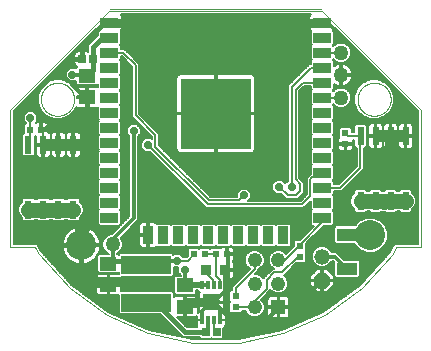
<source format=gtl>
G75*
%MOIN*%
%OFA0B0*%
%FSLAX25Y25*%
%IPPOS*%
%LPD*%
%AMOC8*
5,1,8,0,0,1.08239X$1,22.5*
%
%ADD10C,0.00000*%
%ADD11R,0.02559X0.02559*%
%ADD12R,0.05709X0.04528*%
%ADD13R,0.03543X0.03740*%
%ADD14R,0.01181X0.02953*%
%ADD15R,0.05748X0.05354*%
%ADD16R,0.02362X0.02362*%
%ADD17C,0.05000*%
%ADD18C,0.10000*%
%ADD19R,0.02400X0.06000*%
%ADD20R,0.05906X0.03543*%
%ADD21R,0.03543X0.05906*%
%ADD22R,0.23622X0.23622*%
%ADD23R,0.04800X0.04800*%
%ADD24C,0.04800*%
%ADD25R,0.16535X0.05906*%
%ADD26OC8,0.05200*%
%ADD27C,0.05200*%
%ADD28R,0.06693X0.04331*%
%ADD29C,0.00591*%
%ADD30C,0.01575*%
%ADD31C,0.01181*%
%ADD32C,0.11811*%
%ADD33C,0.03150*%
%ADD34C,0.02781*%
%ADD35C,0.03962*%
%ADD36C,0.04000*%
%ADD37C,0.01969*%
%ADD38C,0.05000*%
D10*
X0037313Y0095543D02*
X0051223Y0089350D01*
X0066117Y0086184D01*
X0081344Y0086184D01*
X0096237Y0089350D01*
X0110148Y0095543D01*
X0122466Y0104493D01*
X0132655Y0115809D01*
X0133959Y0118069D01*
X0142234Y0118069D01*
X0142234Y0163738D01*
X0109163Y0196809D01*
X0038297Y0196809D01*
X0005226Y0163738D01*
X0005226Y0118069D01*
X0013501Y0118069D01*
X0014806Y0115809D01*
X0024994Y0104493D01*
X0037313Y0095543D01*
X0015462Y0167301D02*
X0015464Y0167449D01*
X0015470Y0167597D01*
X0015480Y0167745D01*
X0015494Y0167892D01*
X0015512Y0168039D01*
X0015533Y0168185D01*
X0015559Y0168331D01*
X0015589Y0168476D01*
X0015622Y0168620D01*
X0015660Y0168763D01*
X0015701Y0168905D01*
X0015746Y0169046D01*
X0015794Y0169186D01*
X0015847Y0169325D01*
X0015903Y0169462D01*
X0015963Y0169597D01*
X0016026Y0169731D01*
X0016093Y0169863D01*
X0016164Y0169993D01*
X0016238Y0170121D01*
X0016315Y0170247D01*
X0016396Y0170371D01*
X0016480Y0170493D01*
X0016567Y0170612D01*
X0016658Y0170729D01*
X0016752Y0170844D01*
X0016848Y0170956D01*
X0016948Y0171066D01*
X0017050Y0171172D01*
X0017156Y0171276D01*
X0017264Y0171377D01*
X0017375Y0171475D01*
X0017488Y0171571D01*
X0017604Y0171663D01*
X0017722Y0171752D01*
X0017843Y0171837D01*
X0017966Y0171920D01*
X0018091Y0171999D01*
X0018218Y0172075D01*
X0018347Y0172147D01*
X0018478Y0172216D01*
X0018611Y0172281D01*
X0018746Y0172342D01*
X0018882Y0172400D01*
X0019019Y0172455D01*
X0019158Y0172505D01*
X0019299Y0172552D01*
X0019440Y0172595D01*
X0019583Y0172635D01*
X0019727Y0172670D01*
X0019871Y0172702D01*
X0020017Y0172729D01*
X0020163Y0172753D01*
X0020310Y0172773D01*
X0020457Y0172789D01*
X0020604Y0172801D01*
X0020752Y0172809D01*
X0020900Y0172813D01*
X0021048Y0172813D01*
X0021196Y0172809D01*
X0021344Y0172801D01*
X0021491Y0172789D01*
X0021638Y0172773D01*
X0021785Y0172753D01*
X0021931Y0172729D01*
X0022077Y0172702D01*
X0022221Y0172670D01*
X0022365Y0172635D01*
X0022508Y0172595D01*
X0022649Y0172552D01*
X0022790Y0172505D01*
X0022929Y0172455D01*
X0023066Y0172400D01*
X0023202Y0172342D01*
X0023337Y0172281D01*
X0023470Y0172216D01*
X0023601Y0172147D01*
X0023730Y0172075D01*
X0023857Y0171999D01*
X0023982Y0171920D01*
X0024105Y0171837D01*
X0024226Y0171752D01*
X0024344Y0171663D01*
X0024460Y0171571D01*
X0024573Y0171475D01*
X0024684Y0171377D01*
X0024792Y0171276D01*
X0024898Y0171172D01*
X0025000Y0171066D01*
X0025100Y0170956D01*
X0025196Y0170844D01*
X0025290Y0170729D01*
X0025381Y0170612D01*
X0025468Y0170493D01*
X0025552Y0170371D01*
X0025633Y0170247D01*
X0025710Y0170121D01*
X0025784Y0169993D01*
X0025855Y0169863D01*
X0025922Y0169731D01*
X0025985Y0169597D01*
X0026045Y0169462D01*
X0026101Y0169325D01*
X0026154Y0169186D01*
X0026202Y0169046D01*
X0026247Y0168905D01*
X0026288Y0168763D01*
X0026326Y0168620D01*
X0026359Y0168476D01*
X0026389Y0168331D01*
X0026415Y0168185D01*
X0026436Y0168039D01*
X0026454Y0167892D01*
X0026468Y0167745D01*
X0026478Y0167597D01*
X0026484Y0167449D01*
X0026486Y0167301D01*
X0026484Y0167153D01*
X0026478Y0167005D01*
X0026468Y0166857D01*
X0026454Y0166710D01*
X0026436Y0166563D01*
X0026415Y0166417D01*
X0026389Y0166271D01*
X0026359Y0166126D01*
X0026326Y0165982D01*
X0026288Y0165839D01*
X0026247Y0165697D01*
X0026202Y0165556D01*
X0026154Y0165416D01*
X0026101Y0165277D01*
X0026045Y0165140D01*
X0025985Y0165005D01*
X0025922Y0164871D01*
X0025855Y0164739D01*
X0025784Y0164609D01*
X0025710Y0164481D01*
X0025633Y0164355D01*
X0025552Y0164231D01*
X0025468Y0164109D01*
X0025381Y0163990D01*
X0025290Y0163873D01*
X0025196Y0163758D01*
X0025100Y0163646D01*
X0025000Y0163536D01*
X0024898Y0163430D01*
X0024792Y0163326D01*
X0024684Y0163225D01*
X0024573Y0163127D01*
X0024460Y0163031D01*
X0024344Y0162939D01*
X0024226Y0162850D01*
X0024105Y0162765D01*
X0023982Y0162682D01*
X0023857Y0162603D01*
X0023730Y0162527D01*
X0023601Y0162455D01*
X0023470Y0162386D01*
X0023337Y0162321D01*
X0023202Y0162260D01*
X0023066Y0162202D01*
X0022929Y0162147D01*
X0022790Y0162097D01*
X0022649Y0162050D01*
X0022508Y0162007D01*
X0022365Y0161967D01*
X0022221Y0161932D01*
X0022077Y0161900D01*
X0021931Y0161873D01*
X0021785Y0161849D01*
X0021638Y0161829D01*
X0021491Y0161813D01*
X0021344Y0161801D01*
X0021196Y0161793D01*
X0021048Y0161789D01*
X0020900Y0161789D01*
X0020752Y0161793D01*
X0020604Y0161801D01*
X0020457Y0161813D01*
X0020310Y0161829D01*
X0020163Y0161849D01*
X0020017Y0161873D01*
X0019871Y0161900D01*
X0019727Y0161932D01*
X0019583Y0161967D01*
X0019440Y0162007D01*
X0019299Y0162050D01*
X0019158Y0162097D01*
X0019019Y0162147D01*
X0018882Y0162202D01*
X0018746Y0162260D01*
X0018611Y0162321D01*
X0018478Y0162386D01*
X0018347Y0162455D01*
X0018218Y0162527D01*
X0018091Y0162603D01*
X0017966Y0162682D01*
X0017843Y0162765D01*
X0017722Y0162850D01*
X0017604Y0162939D01*
X0017488Y0163031D01*
X0017375Y0163127D01*
X0017264Y0163225D01*
X0017156Y0163326D01*
X0017050Y0163430D01*
X0016948Y0163536D01*
X0016848Y0163646D01*
X0016752Y0163758D01*
X0016658Y0163873D01*
X0016567Y0163990D01*
X0016480Y0164109D01*
X0016396Y0164231D01*
X0016315Y0164355D01*
X0016238Y0164481D01*
X0016164Y0164609D01*
X0016093Y0164739D01*
X0016026Y0164871D01*
X0015963Y0165005D01*
X0015903Y0165140D01*
X0015847Y0165277D01*
X0015794Y0165416D01*
X0015746Y0165556D01*
X0015701Y0165697D01*
X0015660Y0165839D01*
X0015622Y0165982D01*
X0015589Y0166126D01*
X0015559Y0166271D01*
X0015533Y0166417D01*
X0015512Y0166563D01*
X0015494Y0166710D01*
X0015480Y0166857D01*
X0015470Y0167005D01*
X0015464Y0167153D01*
X0015462Y0167301D01*
X0038612Y0197518D02*
X0108691Y0197518D01*
X0120994Y0167301D02*
X0120996Y0167449D01*
X0121002Y0167597D01*
X0121012Y0167745D01*
X0121026Y0167892D01*
X0121044Y0168039D01*
X0121065Y0168185D01*
X0121091Y0168331D01*
X0121121Y0168476D01*
X0121154Y0168620D01*
X0121192Y0168763D01*
X0121233Y0168905D01*
X0121278Y0169046D01*
X0121326Y0169186D01*
X0121379Y0169325D01*
X0121435Y0169462D01*
X0121495Y0169597D01*
X0121558Y0169731D01*
X0121625Y0169863D01*
X0121696Y0169993D01*
X0121770Y0170121D01*
X0121847Y0170247D01*
X0121928Y0170371D01*
X0122012Y0170493D01*
X0122099Y0170612D01*
X0122190Y0170729D01*
X0122284Y0170844D01*
X0122380Y0170956D01*
X0122480Y0171066D01*
X0122582Y0171172D01*
X0122688Y0171276D01*
X0122796Y0171377D01*
X0122907Y0171475D01*
X0123020Y0171571D01*
X0123136Y0171663D01*
X0123254Y0171752D01*
X0123375Y0171837D01*
X0123498Y0171920D01*
X0123623Y0171999D01*
X0123750Y0172075D01*
X0123879Y0172147D01*
X0124010Y0172216D01*
X0124143Y0172281D01*
X0124278Y0172342D01*
X0124414Y0172400D01*
X0124551Y0172455D01*
X0124690Y0172505D01*
X0124831Y0172552D01*
X0124972Y0172595D01*
X0125115Y0172635D01*
X0125259Y0172670D01*
X0125403Y0172702D01*
X0125549Y0172729D01*
X0125695Y0172753D01*
X0125842Y0172773D01*
X0125989Y0172789D01*
X0126136Y0172801D01*
X0126284Y0172809D01*
X0126432Y0172813D01*
X0126580Y0172813D01*
X0126728Y0172809D01*
X0126876Y0172801D01*
X0127023Y0172789D01*
X0127170Y0172773D01*
X0127317Y0172753D01*
X0127463Y0172729D01*
X0127609Y0172702D01*
X0127753Y0172670D01*
X0127897Y0172635D01*
X0128040Y0172595D01*
X0128181Y0172552D01*
X0128322Y0172505D01*
X0128461Y0172455D01*
X0128598Y0172400D01*
X0128734Y0172342D01*
X0128869Y0172281D01*
X0129002Y0172216D01*
X0129133Y0172147D01*
X0129262Y0172075D01*
X0129389Y0171999D01*
X0129514Y0171920D01*
X0129637Y0171837D01*
X0129758Y0171752D01*
X0129876Y0171663D01*
X0129992Y0171571D01*
X0130105Y0171475D01*
X0130216Y0171377D01*
X0130324Y0171276D01*
X0130430Y0171172D01*
X0130532Y0171066D01*
X0130632Y0170956D01*
X0130728Y0170844D01*
X0130822Y0170729D01*
X0130913Y0170612D01*
X0131000Y0170493D01*
X0131084Y0170371D01*
X0131165Y0170247D01*
X0131242Y0170121D01*
X0131316Y0169993D01*
X0131387Y0169863D01*
X0131454Y0169731D01*
X0131517Y0169597D01*
X0131577Y0169462D01*
X0131633Y0169325D01*
X0131686Y0169186D01*
X0131734Y0169046D01*
X0131779Y0168905D01*
X0131820Y0168763D01*
X0131858Y0168620D01*
X0131891Y0168476D01*
X0131921Y0168331D01*
X0131947Y0168185D01*
X0131968Y0168039D01*
X0131986Y0167892D01*
X0132000Y0167745D01*
X0132010Y0167597D01*
X0132016Y0167449D01*
X0132018Y0167301D01*
X0132016Y0167153D01*
X0132010Y0167005D01*
X0132000Y0166857D01*
X0131986Y0166710D01*
X0131968Y0166563D01*
X0131947Y0166417D01*
X0131921Y0166271D01*
X0131891Y0166126D01*
X0131858Y0165982D01*
X0131820Y0165839D01*
X0131779Y0165697D01*
X0131734Y0165556D01*
X0131686Y0165416D01*
X0131633Y0165277D01*
X0131577Y0165140D01*
X0131517Y0165005D01*
X0131454Y0164871D01*
X0131387Y0164739D01*
X0131316Y0164609D01*
X0131242Y0164481D01*
X0131165Y0164355D01*
X0131084Y0164231D01*
X0131000Y0164109D01*
X0130913Y0163990D01*
X0130822Y0163873D01*
X0130728Y0163758D01*
X0130632Y0163646D01*
X0130532Y0163536D01*
X0130430Y0163430D01*
X0130324Y0163326D01*
X0130216Y0163225D01*
X0130105Y0163127D01*
X0129992Y0163031D01*
X0129876Y0162939D01*
X0129758Y0162850D01*
X0129637Y0162765D01*
X0129514Y0162682D01*
X0129389Y0162603D01*
X0129262Y0162527D01*
X0129133Y0162455D01*
X0129002Y0162386D01*
X0128869Y0162321D01*
X0128734Y0162260D01*
X0128598Y0162202D01*
X0128461Y0162147D01*
X0128322Y0162097D01*
X0128181Y0162050D01*
X0128040Y0162007D01*
X0127897Y0161967D01*
X0127753Y0161932D01*
X0127609Y0161900D01*
X0127463Y0161873D01*
X0127317Y0161849D01*
X0127170Y0161829D01*
X0127023Y0161813D01*
X0126876Y0161801D01*
X0126728Y0161793D01*
X0126580Y0161789D01*
X0126432Y0161789D01*
X0126284Y0161793D01*
X0126136Y0161801D01*
X0125989Y0161813D01*
X0125842Y0161829D01*
X0125695Y0161849D01*
X0125549Y0161873D01*
X0125403Y0161900D01*
X0125259Y0161932D01*
X0125115Y0161967D01*
X0124972Y0162007D01*
X0124831Y0162050D01*
X0124690Y0162097D01*
X0124551Y0162147D01*
X0124414Y0162202D01*
X0124278Y0162260D01*
X0124143Y0162321D01*
X0124010Y0162386D01*
X0123879Y0162455D01*
X0123750Y0162527D01*
X0123623Y0162603D01*
X0123498Y0162682D01*
X0123375Y0162765D01*
X0123254Y0162850D01*
X0123136Y0162939D01*
X0123020Y0163031D01*
X0122907Y0163127D01*
X0122796Y0163225D01*
X0122688Y0163326D01*
X0122582Y0163430D01*
X0122480Y0163536D01*
X0122380Y0163646D01*
X0122284Y0163758D01*
X0122190Y0163873D01*
X0122099Y0163990D01*
X0122012Y0164109D01*
X0121928Y0164231D01*
X0121847Y0164355D01*
X0121770Y0164481D01*
X0121696Y0164609D01*
X0121625Y0164739D01*
X0121558Y0164871D01*
X0121495Y0165005D01*
X0121435Y0165140D01*
X0121379Y0165277D01*
X0121326Y0165416D01*
X0121278Y0165556D01*
X0121233Y0165697D01*
X0121192Y0165839D01*
X0121154Y0165982D01*
X0121121Y0166126D01*
X0121091Y0166271D01*
X0121065Y0166417D01*
X0121044Y0166563D01*
X0121026Y0166710D01*
X0121012Y0166857D01*
X0121002Y0167005D01*
X0120996Y0167153D01*
X0120994Y0167301D01*
D11*
X0074026Y0089723D03*
X0070482Y0089723D03*
X0032707Y0180746D03*
X0029163Y0180746D03*
D12*
X0030856Y0175077D03*
X0030856Y0167990D03*
X0037943Y0112557D03*
X0037943Y0105471D03*
X0063533Y0105313D03*
X0063533Y0098226D03*
D13*
X0070463Y0110510D03*
X0076762Y0110510D03*
D14*
X0075108Y0105471D03*
X0073140Y0105471D03*
X0071171Y0105471D03*
X0069203Y0105471D03*
X0069203Y0093660D03*
X0071171Y0093660D03*
X0073140Y0093660D03*
X0075108Y0093660D03*
D15*
X0072156Y0099565D03*
D16*
X0080305Y0098030D03*
X0080305Y0101573D03*
X0077470Y0115608D03*
X0073927Y0115608D03*
X0069990Y0115608D03*
X0066447Y0115608D03*
X0101781Y0114821D03*
X0101781Y0118364D03*
X0116959Y0152439D03*
X0116959Y0155982D03*
X0015423Y0157163D03*
X0011880Y0157163D03*
D17*
X0018770Y0130549D03*
X0039321Y0118974D03*
X0115522Y0167833D03*
X0115522Y0175392D03*
X0115522Y0182833D03*
X0129636Y0133226D03*
D18*
X0125187Y0121986D03*
X0028907Y0118640D03*
D19*
X0026250Y0130537D03*
X0021250Y0130537D03*
X0016250Y0130537D03*
X0011250Y0130537D03*
X0011250Y0152137D03*
X0016250Y0152137D03*
X0021250Y0152137D03*
X0026250Y0152137D03*
X0121998Y0155050D03*
X0126998Y0155050D03*
X0131998Y0155050D03*
X0136998Y0155050D03*
X0136998Y0133450D03*
X0131998Y0133450D03*
X0126998Y0133450D03*
X0121998Y0133450D03*
D20*
X0109163Y0132872D03*
X0109163Y0127872D03*
X0109163Y0137872D03*
X0109163Y0142872D03*
X0109163Y0147872D03*
X0109163Y0152872D03*
X0109163Y0157872D03*
X0109163Y0162872D03*
X0109163Y0167872D03*
X0109163Y0172872D03*
X0109163Y0177872D03*
X0109163Y0182872D03*
X0109163Y0187872D03*
X0109163Y0192872D03*
X0038297Y0192872D03*
X0038297Y0187872D03*
X0038297Y0182872D03*
X0038297Y0177872D03*
X0038297Y0172872D03*
X0038297Y0167872D03*
X0038297Y0162872D03*
X0038297Y0157872D03*
X0038297Y0152872D03*
X0038297Y0147872D03*
X0038297Y0142872D03*
X0038297Y0137872D03*
X0038297Y0132872D03*
X0038297Y0127872D03*
D21*
X0051230Y0122006D03*
X0056230Y0122006D03*
X0061230Y0122006D03*
X0066230Y0122006D03*
X0071230Y0122006D03*
X0076230Y0122006D03*
X0081230Y0122006D03*
X0086230Y0122006D03*
X0091230Y0122006D03*
X0096230Y0122006D03*
D22*
X0073730Y0162557D03*
D23*
X0094596Y0097990D03*
D24*
X0094596Y0105864D03*
X0094596Y0113738D03*
X0086722Y0113738D03*
X0086722Y0105864D03*
X0086722Y0097990D03*
D25*
X0050502Y0099467D03*
X0050502Y0112065D03*
D26*
X0109163Y0106884D03*
D27*
X0109163Y0114884D03*
D28*
X0117431Y0110786D03*
X0117431Y0122203D03*
D29*
X0119984Y0119142D02*
X0120189Y0118647D01*
X0121848Y0116989D01*
X0124014Y0116091D01*
X0126360Y0116091D01*
X0128526Y0116989D01*
X0130185Y0118647D01*
X0131082Y0120814D01*
X0131082Y0123159D01*
X0130185Y0125326D01*
X0128526Y0126984D01*
X0126360Y0127882D01*
X0124014Y0127882D01*
X0121848Y0126984D01*
X0120189Y0125326D01*
X0120163Y0125263D01*
X0113714Y0125263D01*
X0113189Y0124739D01*
X0113189Y0119667D01*
X0113714Y0119142D01*
X0119984Y0119142D01*
X0120052Y0118977D02*
X0103858Y0118977D01*
X0103858Y0119249D02*
X0103858Y0116812D01*
X0103638Y0116593D01*
X0103858Y0116373D01*
X0103858Y0113269D01*
X0103333Y0112745D01*
X0100601Y0112745D01*
X0096968Y0109111D01*
X0096968Y0109111D01*
X0096489Y0108632D01*
X0097390Y0107731D01*
X0097892Y0106520D01*
X0097892Y0105209D01*
X0097390Y0103998D01*
X0096463Y0103071D01*
X0095252Y0102569D01*
X0093941Y0102569D01*
X0092730Y0103071D01*
X0091948Y0103852D01*
X0091948Y0103599D01*
X0088861Y0100512D01*
X0089516Y0099857D01*
X0090018Y0098646D01*
X0090018Y0097335D01*
X0089516Y0096124D01*
X0088589Y0095197D01*
X0087378Y0094695D01*
X0086067Y0094695D01*
X0084856Y0095197D01*
X0083929Y0096124D01*
X0083649Y0096800D01*
X0082381Y0096800D01*
X0082381Y0096478D01*
X0081857Y0095953D01*
X0078753Y0095953D01*
X0078229Y0096478D01*
X0078229Y0099582D01*
X0078448Y0099801D01*
X0078229Y0100021D01*
X0078229Y0103125D01*
X0078753Y0103649D01*
X0079115Y0103649D01*
X0079115Y0104783D01*
X0085153Y0110821D01*
X0084856Y0110945D01*
X0083929Y0111872D01*
X0083427Y0113083D01*
X0083427Y0114394D01*
X0083929Y0115605D01*
X0084856Y0116532D01*
X0086067Y0117034D01*
X0087378Y0117034D01*
X0088589Y0116532D01*
X0089516Y0115605D01*
X0090018Y0114394D01*
X0090018Y0113083D01*
X0089516Y0111872D01*
X0088589Y0110945D01*
X0087913Y0110665D01*
X0087913Y0110214D01*
X0087216Y0109516D01*
X0086859Y0109160D01*
X0087378Y0109160D01*
X0088589Y0108658D01*
X0089516Y0107731D01*
X0089567Y0107607D01*
X0089567Y0107637D01*
X0090265Y0108334D01*
X0092725Y0110795D01*
X0093091Y0110795D01*
X0092730Y0110945D01*
X0091803Y0111872D01*
X0091301Y0113083D01*
X0091301Y0114394D01*
X0091803Y0115605D01*
X0092730Y0116532D01*
X0093941Y0117034D01*
X0095252Y0117034D01*
X0096463Y0116532D01*
X0097118Y0115877D01*
X0099705Y0118464D01*
X0099705Y0119916D01*
X0100230Y0120441D01*
X0101682Y0120441D01*
X0106447Y0125205D01*
X0105840Y0125205D01*
X0105315Y0125730D01*
X0105315Y0130015D01*
X0105673Y0130372D01*
X0105315Y0130730D01*
X0105315Y0133502D01*
X0103661Y0131847D01*
X0102964Y0131150D01*
X0070481Y0131150D01*
X0051793Y0149838D01*
X0050244Y0149838D01*
X0048905Y0151177D01*
X0048905Y0153071D01*
X0050244Y0154410D01*
X0052138Y0154410D01*
X0052382Y0154165D01*
X0052382Y0154879D01*
X0046525Y0160737D01*
X0045827Y0161434D01*
X0045827Y0178206D01*
X0042351Y0181682D01*
X0042145Y0181682D01*
X0042145Y0180730D01*
X0041788Y0180372D01*
X0042145Y0180015D01*
X0042145Y0175730D01*
X0041788Y0175372D01*
X0042145Y0175015D01*
X0042145Y0170730D01*
X0041788Y0170372D01*
X0042145Y0170015D01*
X0042145Y0165730D01*
X0041788Y0165372D01*
X0042145Y0165015D01*
X0042145Y0160730D01*
X0041788Y0160372D01*
X0042145Y0160015D01*
X0042145Y0155730D01*
X0041788Y0155372D01*
X0042145Y0155015D01*
X0042145Y0150730D01*
X0041788Y0150372D01*
X0042145Y0150015D01*
X0042145Y0145730D01*
X0041788Y0145372D01*
X0042145Y0145015D01*
X0042145Y0140730D01*
X0041788Y0140372D01*
X0042145Y0140015D01*
X0042145Y0135730D01*
X0041788Y0135372D01*
X0042145Y0135015D01*
X0042145Y0130730D01*
X0041788Y0130372D01*
X0042145Y0130015D01*
X0042145Y0125730D01*
X0041621Y0125205D01*
X0034974Y0125205D01*
X0034449Y0125730D01*
X0034449Y0130015D01*
X0034807Y0130372D01*
X0034449Y0130730D01*
X0034449Y0135015D01*
X0034807Y0135372D01*
X0034449Y0135730D01*
X0034449Y0140015D01*
X0034807Y0140372D01*
X0034449Y0140730D01*
X0034449Y0145015D01*
X0034807Y0145372D01*
X0034449Y0145730D01*
X0034449Y0150015D01*
X0034807Y0150372D01*
X0034449Y0150730D01*
X0034449Y0155015D01*
X0034807Y0155372D01*
X0034449Y0155730D01*
X0034449Y0160015D01*
X0034807Y0160372D01*
X0034449Y0160730D01*
X0034449Y0164657D01*
X0034211Y0164519D01*
X0033881Y0164431D01*
X0031152Y0164431D01*
X0031152Y0167695D01*
X0030561Y0167695D01*
X0027581Y0167695D01*
X0027581Y0168285D01*
X0030561Y0168285D01*
X0030561Y0167695D01*
X0030561Y0164431D01*
X0027831Y0164431D01*
X0027502Y0164519D01*
X0027207Y0164690D01*
X0027092Y0164805D01*
X0026576Y0163559D01*
X0024717Y0161700D01*
X0022289Y0160694D01*
X0019660Y0160694D01*
X0017232Y0161700D01*
X0015373Y0163559D01*
X0014367Y0165987D01*
X0014367Y0168615D01*
X0015373Y0171044D01*
X0017232Y0172902D01*
X0019660Y0173908D01*
X0022289Y0173908D01*
X0024717Y0172902D01*
X0026576Y0171044D01*
X0026756Y0170608D01*
X0026795Y0170754D01*
X0026965Y0171049D01*
X0027207Y0171290D01*
X0027502Y0171461D01*
X0027831Y0171549D01*
X0030561Y0171549D01*
X0030561Y0168286D01*
X0031152Y0168286D01*
X0031152Y0171549D01*
X0033881Y0171549D01*
X0034211Y0171461D01*
X0034449Y0171323D01*
X0034449Y0172286D01*
X0034081Y0171918D01*
X0027631Y0171918D01*
X0027107Y0172442D01*
X0027107Y0173469D01*
X0026902Y0173263D01*
X0025008Y0173263D01*
X0023669Y0174602D01*
X0023669Y0176496D01*
X0025008Y0177835D01*
X0026902Y0177835D01*
X0027107Y0177630D01*
X0027107Y0177711D01*
X0027598Y0178202D01*
X0027384Y0178260D01*
X0027089Y0178430D01*
X0026847Y0178671D01*
X0026677Y0178967D01*
X0026589Y0179296D01*
X0026589Y0180451D01*
X0028868Y0180451D01*
X0028868Y0181041D01*
X0026589Y0181041D01*
X0026589Y0182196D01*
X0026677Y0182526D01*
X0026847Y0182821D01*
X0027089Y0183062D01*
X0027384Y0183233D01*
X0027713Y0183321D01*
X0028868Y0183321D01*
X0028868Y0181041D01*
X0029459Y0181041D01*
X0029459Y0183321D01*
X0030613Y0183321D01*
X0030943Y0183233D01*
X0031024Y0183186D01*
X0031024Y0185321D01*
X0034154Y0188451D01*
X0034449Y0188746D01*
X0034449Y0190015D01*
X0034524Y0190089D01*
X0034308Y0190305D01*
X0034137Y0190601D01*
X0034049Y0190930D01*
X0034049Y0191012D01*
X0006322Y0163285D01*
X0006322Y0119164D01*
X0013208Y0119164D01*
X0013346Y0119244D01*
X0013645Y0119164D01*
X0013955Y0119164D01*
X0014068Y0119051D01*
X0014223Y0119009D01*
X0014378Y0118741D01*
X0014596Y0118523D01*
X0014596Y0118362D01*
X0015697Y0116456D01*
X0025731Y0105312D01*
X0037864Y0096497D01*
X0051564Y0090398D01*
X0066232Y0087280D01*
X0081228Y0087280D01*
X0095897Y0090398D01*
X0109597Y0096497D01*
X0121729Y0105312D01*
X0131764Y0116456D01*
X0132864Y0118362D01*
X0132864Y0118523D01*
X0133083Y0118741D01*
X0133238Y0119009D01*
X0133392Y0119051D01*
X0133506Y0119164D01*
X0133815Y0119164D01*
X0134114Y0119244D01*
X0134253Y0119164D01*
X0141139Y0119164D01*
X0141139Y0163285D01*
X0113411Y0191012D01*
X0113411Y0190930D01*
X0113323Y0190601D01*
X0113153Y0190305D01*
X0112937Y0190089D01*
X0113011Y0190015D01*
X0113011Y0185730D01*
X0112654Y0185372D01*
X0112957Y0185069D01*
X0113598Y0185711D01*
X0114846Y0186228D01*
X0116197Y0186228D01*
X0117445Y0185711D01*
X0118400Y0184756D01*
X0118917Y0183508D01*
X0118917Y0182157D01*
X0118400Y0180909D01*
X0117445Y0179954D01*
X0116197Y0179437D01*
X0114846Y0179437D01*
X0113598Y0179954D01*
X0112917Y0180635D01*
X0112654Y0180372D01*
X0113011Y0180015D01*
X0113011Y0178249D01*
X0113102Y0178340D01*
X0113724Y0178755D01*
X0114415Y0179041D01*
X0115148Y0179187D01*
X0115226Y0179187D01*
X0115226Y0175687D01*
X0115817Y0175687D01*
X0119317Y0175687D01*
X0119317Y0175766D01*
X0119171Y0176499D01*
X0118885Y0177190D01*
X0118470Y0177811D01*
X0117941Y0178340D01*
X0117319Y0178755D01*
X0116629Y0179041D01*
X0115895Y0179187D01*
X0115817Y0179187D01*
X0115817Y0175687D01*
X0115817Y0175097D01*
X0119317Y0175097D01*
X0119317Y0175018D01*
X0119171Y0174285D01*
X0118885Y0173594D01*
X0118470Y0172972D01*
X0117941Y0172444D01*
X0117319Y0172028D01*
X0116629Y0171742D01*
X0115895Y0171597D01*
X0115817Y0171597D01*
X0115817Y0175096D01*
X0115226Y0175096D01*
X0115226Y0171597D01*
X0115148Y0171597D01*
X0114415Y0171742D01*
X0113724Y0172028D01*
X0113102Y0172444D01*
X0113011Y0172535D01*
X0113011Y0170730D01*
X0112654Y0170372D01*
X0112957Y0170069D01*
X0113598Y0170711D01*
X0114846Y0171228D01*
X0116197Y0171228D01*
X0117445Y0170711D01*
X0118400Y0169756D01*
X0118917Y0168508D01*
X0118917Y0167157D01*
X0118400Y0165909D01*
X0117445Y0164954D01*
X0116197Y0164437D01*
X0114846Y0164437D01*
X0113598Y0164954D01*
X0112917Y0165635D01*
X0112654Y0165372D01*
X0113011Y0165015D01*
X0113011Y0160730D01*
X0112654Y0160372D01*
X0113011Y0160015D01*
X0113011Y0155730D01*
X0112654Y0155372D01*
X0113011Y0155015D01*
X0113011Y0150730D01*
X0112654Y0150372D01*
X0113011Y0150015D01*
X0113011Y0145730D01*
X0112654Y0145372D01*
X0113011Y0145015D01*
X0113011Y0140730D01*
X0112654Y0140372D01*
X0113011Y0140015D01*
X0113011Y0139063D01*
X0114792Y0139063D01*
X0120768Y0145038D01*
X0120768Y0151155D01*
X0120427Y0151155D01*
X0119903Y0151679D01*
X0119903Y0153860D01*
X0119417Y0153860D01*
X0119435Y0153791D01*
X0119435Y0152734D01*
X0117254Y0152734D01*
X0117254Y0152144D01*
X0119435Y0152144D01*
X0119435Y0151087D01*
X0119347Y0150758D01*
X0119176Y0150463D01*
X0118935Y0150221D01*
X0118640Y0150051D01*
X0118310Y0149963D01*
X0117254Y0149963D01*
X0117254Y0152144D01*
X0116663Y0152144D01*
X0114482Y0152144D01*
X0114482Y0151087D01*
X0114571Y0150758D01*
X0114741Y0150463D01*
X0114982Y0150221D01*
X0115278Y0150051D01*
X0115607Y0149963D01*
X0116663Y0149963D01*
X0116663Y0152144D01*
X0116663Y0152734D01*
X0114482Y0152734D01*
X0114482Y0153791D01*
X0114571Y0154120D01*
X0114741Y0154415D01*
X0114882Y0154557D01*
X0114882Y0157534D01*
X0115407Y0158059D01*
X0118511Y0158059D01*
X0119035Y0157534D01*
X0119035Y0156241D01*
X0119903Y0156241D01*
X0119903Y0158421D01*
X0120427Y0158945D01*
X0123569Y0158945D01*
X0124093Y0158421D01*
X0124093Y0151679D01*
X0123569Y0151155D01*
X0123149Y0151155D01*
X0123149Y0144052D01*
X0122452Y0143355D01*
X0115779Y0136682D01*
X0113011Y0136682D01*
X0113011Y0135730D01*
X0112654Y0135372D01*
X0113011Y0135015D01*
X0113011Y0130730D01*
X0112654Y0130372D01*
X0113011Y0130015D01*
X0113011Y0125730D01*
X0112487Y0125205D01*
X0109814Y0125205D01*
X0109657Y0125048D01*
X0103858Y0119249D01*
X0104175Y0119566D02*
X0113290Y0119566D01*
X0113189Y0120155D02*
X0104764Y0120155D01*
X0105353Y0120744D02*
X0113189Y0120744D01*
X0113189Y0121334D02*
X0105942Y0121334D01*
X0106531Y0121923D02*
X0113189Y0121923D01*
X0113189Y0122512D02*
X0107120Y0122512D01*
X0107710Y0123101D02*
X0113189Y0123101D01*
X0113189Y0123690D02*
X0108299Y0123690D01*
X0108888Y0124279D02*
X0113189Y0124279D01*
X0113318Y0124868D02*
X0109477Y0124868D01*
X0109163Y0126238D02*
X0109163Y0127872D01*
X0109163Y0126238D02*
X0101978Y0119053D01*
X0102077Y0119053D01*
X0101781Y0118364D01*
X0101978Y0119053D02*
X0096663Y0113738D01*
X0094596Y0113738D01*
X0092230Y0116032D02*
X0089089Y0116032D01*
X0089583Y0115443D02*
X0091736Y0115443D01*
X0091492Y0114854D02*
X0089827Y0114854D01*
X0090018Y0114265D02*
X0091301Y0114265D01*
X0091301Y0113676D02*
X0090018Y0113676D01*
X0090018Y0113087D02*
X0091301Y0113087D01*
X0091544Y0112498D02*
X0089775Y0112498D01*
X0089531Y0111909D02*
X0091788Y0111909D01*
X0092355Y0111319D02*
X0088964Y0111319D01*
X0088072Y0110730D02*
X0092661Y0110730D01*
X0092072Y0110141D02*
X0087841Y0110141D01*
X0087252Y0109552D02*
X0091483Y0109552D01*
X0090894Y0108963D02*
X0087852Y0108963D01*
X0088873Y0108374D02*
X0090305Y0108374D01*
X0089716Y0107785D02*
X0089462Y0107785D01*
X0090758Y0107144D02*
X0090758Y0104093D01*
X0086722Y0100057D01*
X0086722Y0097990D01*
X0080738Y0097990D01*
X0080305Y0098030D01*
X0082381Y0096593D02*
X0083734Y0096593D01*
X0084049Y0096004D02*
X0081908Y0096004D01*
X0084638Y0095415D02*
X0076965Y0095415D01*
X0076994Y0095306D02*
X0076906Y0095636D01*
X0076735Y0095931D01*
X0076494Y0096172D01*
X0076208Y0096338D01*
X0076237Y0096388D01*
X0076325Y0096717D01*
X0076325Y0099270D01*
X0072451Y0099270D01*
X0072451Y0099860D01*
X0076325Y0099860D01*
X0076325Y0102413D01*
X0076237Y0102742D01*
X0076066Y0103038D01*
X0076005Y0103099D01*
X0076070Y0103099D01*
X0076594Y0103623D01*
X0076594Y0107318D01*
X0076467Y0107445D01*
X0076467Y0110215D01*
X0077057Y0110215D01*
X0077057Y0110805D01*
X0079829Y0110805D01*
X0079829Y0112551D01*
X0079740Y0112880D01*
X0079570Y0113175D01*
X0079388Y0113357D01*
X0079447Y0113391D01*
X0079688Y0113632D01*
X0079859Y0113927D01*
X0079947Y0114257D01*
X0079947Y0115313D01*
X0077766Y0115313D01*
X0077766Y0115904D01*
X0077175Y0115904D01*
X0077175Y0118085D01*
X0076119Y0118085D01*
X0075789Y0117996D01*
X0075494Y0117826D01*
X0075353Y0117685D01*
X0072375Y0117685D01*
X0071959Y0117268D01*
X0071542Y0117685D01*
X0068438Y0117685D01*
X0068218Y0117465D01*
X0067999Y0117685D01*
X0064895Y0117685D01*
X0064370Y0117160D01*
X0064370Y0115216D01*
X0063887Y0114732D01*
X0062879Y0114732D01*
X0061783Y0115827D01*
X0059890Y0115827D01*
X0059558Y0115495D01*
X0059141Y0115913D01*
X0041863Y0115913D01*
X0041417Y0115467D01*
X0041168Y0115716D01*
X0040964Y0115716D01*
X0040964Y0115980D01*
X0041244Y0116096D01*
X0042199Y0117051D01*
X0042716Y0118299D01*
X0042716Y0119650D01*
X0042199Y0120898D01*
X0041975Y0121122D01*
X0047854Y0127001D01*
X0047854Y0155003D01*
X0048654Y0155803D01*
X0048654Y0157697D01*
X0047315Y0159036D01*
X0045421Y0159036D01*
X0044082Y0157697D01*
X0044082Y0155803D01*
X0044882Y0155003D01*
X0044882Y0128232D01*
X0039020Y0122370D01*
X0038645Y0122370D01*
X0037398Y0121853D01*
X0036442Y0120898D01*
X0035926Y0119650D01*
X0035926Y0118299D01*
X0036442Y0117051D01*
X0037398Y0116096D01*
X0037993Y0115850D01*
X0037993Y0115716D01*
X0034718Y0115716D01*
X0034193Y0115192D01*
X0034193Y0109923D01*
X0034718Y0109398D01*
X0041168Y0109398D01*
X0041339Y0109569D01*
X0041339Y0108917D01*
X0041297Y0108941D01*
X0040968Y0109030D01*
X0038238Y0109030D01*
X0038238Y0105766D01*
X0037648Y0105766D01*
X0037648Y0109030D01*
X0034918Y0109030D01*
X0034589Y0108941D01*
X0034293Y0108771D01*
X0034052Y0108530D01*
X0033882Y0108234D01*
X0033793Y0107905D01*
X0033793Y0105766D01*
X0037648Y0105766D01*
X0037648Y0105175D01*
X0038238Y0105175D01*
X0038238Y0101911D01*
X0040968Y0101911D01*
X0041297Y0102000D01*
X0041339Y0102024D01*
X0041339Y0096143D01*
X0041863Y0095619D01*
X0055120Y0095619D01*
X0061713Y0089026D01*
X0062699Y0088040D01*
X0068340Y0088040D01*
X0068832Y0087548D01*
X0072133Y0087548D01*
X0072254Y0087669D01*
X0072375Y0087548D01*
X0075676Y0087548D01*
X0076200Y0088072D01*
X0076200Y0090977D01*
X0076494Y0091147D01*
X0076735Y0091388D01*
X0076906Y0091683D01*
X0076994Y0092013D01*
X0076994Y0093659D01*
X0075108Y0093659D01*
X0075108Y0093660D01*
X0076994Y0093660D01*
X0076994Y0095306D01*
X0076994Y0094826D02*
X0085751Y0094826D01*
X0087694Y0094826D02*
X0091142Y0094826D01*
X0091160Y0094795D02*
X0091401Y0094554D01*
X0091696Y0094383D01*
X0092026Y0094295D01*
X0094301Y0094295D01*
X0094301Y0097695D01*
X0090901Y0097695D01*
X0090901Y0095420D01*
X0090989Y0095090D01*
X0091160Y0094795D01*
X0090902Y0095415D02*
X0088807Y0095415D01*
X0089396Y0096004D02*
X0090901Y0096004D01*
X0090901Y0096593D02*
X0089710Y0096593D01*
X0089954Y0097182D02*
X0090901Y0097182D01*
X0090018Y0097771D02*
X0094301Y0097771D01*
X0094301Y0097695D02*
X0094301Y0098285D01*
X0090901Y0098285D01*
X0090901Y0100561D01*
X0090989Y0100890D01*
X0091160Y0101186D01*
X0091401Y0101427D01*
X0091696Y0101597D01*
X0092026Y0101685D01*
X0094301Y0101685D01*
X0094301Y0098286D01*
X0094892Y0098286D01*
X0094892Y0101685D01*
X0097167Y0101685D01*
X0097496Y0101597D01*
X0097792Y0101427D01*
X0098033Y0101186D01*
X0098203Y0100890D01*
X0098292Y0100561D01*
X0098292Y0098285D01*
X0094892Y0098285D01*
X0094892Y0097695D01*
X0098292Y0097695D01*
X0098292Y0095420D01*
X0098203Y0095090D01*
X0098033Y0094795D01*
X0097792Y0094554D01*
X0097496Y0094383D01*
X0097167Y0094295D01*
X0094892Y0094295D01*
X0094892Y0097695D01*
X0094301Y0097695D01*
X0094301Y0097182D02*
X0094892Y0097182D01*
X0094892Y0097771D02*
X0111350Y0097771D01*
X0110540Y0097182D02*
X0098292Y0097182D01*
X0098292Y0096593D02*
X0109729Y0096593D01*
X0108489Y0096004D02*
X0098292Y0096004D01*
X0098290Y0095415D02*
X0107166Y0095415D01*
X0105843Y0094826D02*
X0098051Y0094826D01*
X0099227Y0091880D02*
X0076959Y0091880D01*
X0076994Y0092469D02*
X0100550Y0092469D01*
X0101873Y0093059D02*
X0076994Y0093059D01*
X0076994Y0093648D02*
X0103197Y0093648D01*
X0104520Y0094237D02*
X0076994Y0094237D01*
X0076663Y0096004D02*
X0078703Y0096004D01*
X0078229Y0096593D02*
X0076291Y0096593D01*
X0076325Y0097182D02*
X0078229Y0097182D01*
X0078229Y0097771D02*
X0076325Y0097771D01*
X0076325Y0098360D02*
X0078229Y0098360D01*
X0078229Y0098949D02*
X0076325Y0098949D01*
X0076325Y0100127D02*
X0078229Y0100127D01*
X0078229Y0099538D02*
X0072451Y0099538D01*
X0071860Y0099538D02*
X0067683Y0099538D01*
X0067986Y0099270D02*
X0067986Y0096717D01*
X0068074Y0096388D01*
X0068103Y0096338D01*
X0067817Y0096172D01*
X0067683Y0096039D01*
X0067683Y0097931D01*
X0063829Y0097931D01*
X0063829Y0098522D01*
X0063238Y0098522D01*
X0063238Y0101785D01*
X0060509Y0101785D01*
X0060179Y0101697D01*
X0059884Y0101527D01*
X0059665Y0101308D01*
X0059665Y0102790D01*
X0059141Y0103315D01*
X0042092Y0103315D01*
X0042092Y0105175D01*
X0038238Y0105175D01*
X0038238Y0105766D01*
X0042093Y0105766D01*
X0042093Y0107905D01*
X0042009Y0108217D01*
X0059141Y0108217D01*
X0059665Y0108741D01*
X0059665Y0111480D01*
X0059890Y0111256D01*
X0061208Y0111256D01*
X0061208Y0109445D01*
X0062008Y0108645D01*
X0062008Y0108472D01*
X0060308Y0108472D01*
X0059784Y0107948D01*
X0059784Y0102678D01*
X0060308Y0102154D01*
X0066759Y0102154D01*
X0067283Y0102678D01*
X0067283Y0103591D01*
X0067749Y0103591D01*
X0068241Y0103099D01*
X0068306Y0103099D01*
X0068245Y0103038D01*
X0068074Y0102742D01*
X0067986Y0102413D01*
X0067986Y0099860D01*
X0071860Y0099860D01*
X0071860Y0099270D01*
X0067986Y0099270D01*
X0067986Y0098949D02*
X0067683Y0098949D01*
X0067683Y0098522D02*
X0067683Y0100661D01*
X0067595Y0100990D01*
X0067424Y0101286D01*
X0067183Y0101527D01*
X0066888Y0101697D01*
X0066558Y0101785D01*
X0063829Y0101785D01*
X0063829Y0098522D01*
X0067683Y0098522D01*
X0067986Y0098360D02*
X0063829Y0098360D01*
X0063829Y0097931D02*
X0063238Y0097931D01*
X0063238Y0094667D01*
X0060830Y0094667D01*
X0064093Y0091405D01*
X0067566Y0091405D01*
X0067405Y0091683D01*
X0067317Y0092013D01*
X0067317Y0093659D01*
X0069203Y0093659D01*
X0069203Y0093660D01*
X0067317Y0093660D01*
X0067317Y0095060D01*
X0067183Y0094926D01*
X0066888Y0094756D01*
X0066558Y0094667D01*
X0063829Y0094667D01*
X0063829Y0097931D01*
X0063829Y0097771D02*
X0063238Y0097771D01*
X0063238Y0097182D02*
X0063829Y0097182D01*
X0063829Y0096593D02*
X0063238Y0096593D01*
X0063238Y0096004D02*
X0063829Y0096004D01*
X0063829Y0095415D02*
X0063238Y0095415D01*
X0063238Y0094826D02*
X0063829Y0094826D01*
X0062439Y0093059D02*
X0067317Y0093059D01*
X0067317Y0093648D02*
X0061850Y0093648D01*
X0061261Y0094237D02*
X0067317Y0094237D01*
X0067317Y0094826D02*
X0067009Y0094826D01*
X0067683Y0096593D02*
X0068020Y0096593D01*
X0067986Y0097182D02*
X0067683Y0097182D01*
X0067683Y0097771D02*
X0067986Y0097771D01*
X0067986Y0100127D02*
X0067683Y0100127D01*
X0067668Y0100716D02*
X0067986Y0100716D01*
X0067986Y0101305D02*
X0067404Y0101305D01*
X0067986Y0101894D02*
X0059665Y0101894D01*
X0059665Y0102484D02*
X0059979Y0102484D01*
X0059784Y0103073D02*
X0059383Y0103073D01*
X0059784Y0103662D02*
X0042092Y0103662D01*
X0042092Y0104251D02*
X0059784Y0104251D01*
X0059784Y0104840D02*
X0042092Y0104840D01*
X0042093Y0106018D02*
X0059784Y0106018D01*
X0059784Y0106607D02*
X0042093Y0106607D01*
X0042093Y0107196D02*
X0059784Y0107196D01*
X0059784Y0107785D02*
X0042093Y0107785D01*
X0041339Y0108963D02*
X0041215Y0108963D01*
X0041322Y0109552D02*
X0041339Y0109552D01*
X0038238Y0108963D02*
X0037648Y0108963D01*
X0037648Y0108374D02*
X0038238Y0108374D01*
X0038238Y0107785D02*
X0037648Y0107785D01*
X0037648Y0107196D02*
X0038238Y0107196D01*
X0038238Y0106607D02*
X0037648Y0106607D01*
X0037648Y0106018D02*
X0038238Y0106018D01*
X0038238Y0105429D02*
X0059784Y0105429D01*
X0060210Y0108374D02*
X0059298Y0108374D01*
X0059665Y0108963D02*
X0061690Y0108963D01*
X0061208Y0109552D02*
X0059665Y0109552D01*
X0059665Y0110141D02*
X0061208Y0110141D01*
X0061208Y0110730D02*
X0059665Y0110730D01*
X0059665Y0111319D02*
X0059826Y0111319D01*
X0060837Y0113541D02*
X0064380Y0113541D01*
X0066447Y0115608D01*
X0064370Y0115443D02*
X0062168Y0115443D01*
X0062757Y0114854D02*
X0064009Y0114854D01*
X0064370Y0116032D02*
X0041089Y0116032D01*
X0041769Y0116621D02*
X0064370Y0116621D01*
X0064420Y0117210D02*
X0042265Y0117210D01*
X0042509Y0117799D02*
X0049134Y0117799D01*
X0049288Y0117758D02*
X0050935Y0117758D01*
X0050935Y0121711D01*
X0048163Y0121711D01*
X0048163Y0118883D01*
X0048252Y0118553D01*
X0048422Y0118258D01*
X0048663Y0118017D01*
X0048959Y0117846D01*
X0049288Y0117758D01*
X0048347Y0118388D02*
X0042716Y0118388D01*
X0042716Y0118977D02*
X0048163Y0118977D01*
X0048163Y0119566D02*
X0042716Y0119566D01*
X0042507Y0120155D02*
X0048163Y0120155D01*
X0048163Y0120744D02*
X0042263Y0120744D01*
X0042187Y0121334D02*
X0048163Y0121334D01*
X0048163Y0122301D02*
X0050935Y0122301D01*
X0050935Y0121711D01*
X0051526Y0121711D01*
X0051526Y0117758D01*
X0053172Y0117758D01*
X0053502Y0117846D01*
X0053797Y0118017D01*
X0054013Y0118233D01*
X0054088Y0118158D01*
X0058373Y0118158D01*
X0058730Y0118515D01*
X0059088Y0118158D01*
X0063373Y0118158D01*
X0063730Y0118515D01*
X0064088Y0118158D01*
X0068373Y0118158D01*
X0068730Y0118515D01*
X0069088Y0118158D01*
X0073373Y0118158D01*
X0073730Y0118515D01*
X0074088Y0118158D01*
X0078373Y0118158D01*
X0078730Y0118515D01*
X0079088Y0118158D01*
X0083373Y0118158D01*
X0083730Y0118515D01*
X0084088Y0118158D01*
X0088373Y0118158D01*
X0088730Y0118515D01*
X0089088Y0118158D01*
X0093373Y0118158D01*
X0093730Y0118515D01*
X0094088Y0118158D01*
X0098373Y0118158D01*
X0098897Y0118682D01*
X0098897Y0125330D01*
X0098373Y0125854D01*
X0094088Y0125854D01*
X0093730Y0125496D01*
X0093373Y0125854D01*
X0089088Y0125854D01*
X0088730Y0125496D01*
X0088373Y0125854D01*
X0084088Y0125854D01*
X0083730Y0125496D01*
X0083373Y0125854D01*
X0079088Y0125854D01*
X0078730Y0125496D01*
X0078373Y0125854D01*
X0074088Y0125854D01*
X0073730Y0125496D01*
X0073373Y0125854D01*
X0069088Y0125854D01*
X0068730Y0125496D01*
X0068373Y0125854D01*
X0064088Y0125854D01*
X0063730Y0125496D01*
X0063373Y0125854D01*
X0059088Y0125854D01*
X0058730Y0125496D01*
X0058373Y0125854D01*
X0054088Y0125854D01*
X0054013Y0125779D01*
X0053797Y0125995D01*
X0053502Y0126166D01*
X0053172Y0126254D01*
X0051526Y0126254D01*
X0051526Y0122301D01*
X0050935Y0122301D01*
X0050935Y0126254D01*
X0049288Y0126254D01*
X0048959Y0126166D01*
X0048663Y0125995D01*
X0048422Y0125754D01*
X0048252Y0125459D01*
X0048163Y0125129D01*
X0048163Y0122301D01*
X0048163Y0122512D02*
X0043365Y0122512D01*
X0043954Y0123101D02*
X0048163Y0123101D01*
X0048163Y0123690D02*
X0044543Y0123690D01*
X0045132Y0124279D02*
X0048163Y0124279D01*
X0048163Y0124868D02*
X0045721Y0124868D01*
X0046310Y0125457D02*
X0048251Y0125457D01*
X0048751Y0126046D02*
X0046899Y0126046D01*
X0047488Y0126635D02*
X0105315Y0126635D01*
X0105315Y0126046D02*
X0053709Y0126046D01*
X0051526Y0126046D02*
X0050935Y0126046D01*
X0050935Y0125457D02*
X0051526Y0125457D01*
X0051526Y0124868D02*
X0050935Y0124868D01*
X0050935Y0124279D02*
X0051526Y0124279D01*
X0051526Y0123690D02*
X0050935Y0123690D01*
X0050935Y0123101D02*
X0051526Y0123101D01*
X0051526Y0122512D02*
X0050935Y0122512D01*
X0050935Y0121923D02*
X0042776Y0121923D01*
X0040929Y0124279D02*
X0031707Y0124279D01*
X0031324Y0124474D02*
X0030382Y0124780D01*
X0029403Y0124935D01*
X0029203Y0124935D01*
X0029203Y0118935D01*
X0035203Y0118935D01*
X0035203Y0119135D01*
X0035048Y0120114D01*
X0034742Y0121056D01*
X0034292Y0121939D01*
X0033709Y0122741D01*
X0033009Y0123442D01*
X0032207Y0124024D01*
X0031324Y0124474D01*
X0029827Y0124868D02*
X0041519Y0124868D01*
X0041873Y0125457D02*
X0042108Y0125457D01*
X0042145Y0126046D02*
X0042697Y0126046D01*
X0042145Y0126635D02*
X0043286Y0126635D01*
X0043875Y0127224D02*
X0042145Y0127224D01*
X0042145Y0127813D02*
X0044464Y0127813D01*
X0044882Y0128402D02*
X0042145Y0128402D01*
X0042145Y0128991D02*
X0044882Y0128991D01*
X0044882Y0129580D02*
X0042145Y0129580D01*
X0041990Y0130169D02*
X0044882Y0130169D01*
X0044882Y0130759D02*
X0042145Y0130759D01*
X0042145Y0131348D02*
X0044882Y0131348D01*
X0044882Y0131937D02*
X0042145Y0131937D01*
X0042145Y0132526D02*
X0044882Y0132526D01*
X0044882Y0133115D02*
X0042145Y0133115D01*
X0042145Y0133704D02*
X0044882Y0133704D01*
X0044882Y0134293D02*
X0042145Y0134293D01*
X0042145Y0134882D02*
X0044882Y0134882D01*
X0044882Y0135471D02*
X0041887Y0135471D01*
X0042145Y0136060D02*
X0044882Y0136060D01*
X0044882Y0136649D02*
X0042145Y0136649D01*
X0042145Y0137238D02*
X0044882Y0137238D01*
X0044882Y0137827D02*
X0042145Y0137827D01*
X0042145Y0138416D02*
X0044882Y0138416D01*
X0044882Y0139005D02*
X0042145Y0139005D01*
X0042145Y0139594D02*
X0044882Y0139594D01*
X0044882Y0140184D02*
X0041976Y0140184D01*
X0042145Y0140773D02*
X0044882Y0140773D01*
X0044882Y0141362D02*
X0042145Y0141362D01*
X0042145Y0141951D02*
X0044882Y0141951D01*
X0044882Y0142540D02*
X0042145Y0142540D01*
X0042145Y0143129D02*
X0044882Y0143129D01*
X0044882Y0143718D02*
X0042145Y0143718D01*
X0042145Y0144307D02*
X0044882Y0144307D01*
X0044882Y0144896D02*
X0042145Y0144896D01*
X0041901Y0145485D02*
X0044882Y0145485D01*
X0044882Y0146074D02*
X0042145Y0146074D01*
X0042145Y0146663D02*
X0044882Y0146663D01*
X0044882Y0147252D02*
X0042145Y0147252D01*
X0042145Y0147841D02*
X0044882Y0147841D01*
X0044882Y0148430D02*
X0042145Y0148430D01*
X0042145Y0149019D02*
X0044882Y0149019D01*
X0044882Y0149609D02*
X0042145Y0149609D01*
X0041962Y0150198D02*
X0044882Y0150198D01*
X0044882Y0150787D02*
X0042145Y0150787D01*
X0042145Y0151376D02*
X0044882Y0151376D01*
X0044882Y0151965D02*
X0042145Y0151965D01*
X0042145Y0152554D02*
X0044882Y0152554D01*
X0044882Y0153143D02*
X0042145Y0153143D01*
X0042145Y0153732D02*
X0044882Y0153732D01*
X0044882Y0154321D02*
X0042145Y0154321D01*
X0042145Y0154910D02*
X0044882Y0154910D01*
X0044386Y0155499D02*
X0041915Y0155499D01*
X0042145Y0156088D02*
X0044082Y0156088D01*
X0044082Y0156677D02*
X0042145Y0156677D01*
X0042145Y0157266D02*
X0044082Y0157266D01*
X0044241Y0157855D02*
X0042145Y0157855D01*
X0042145Y0158444D02*
X0044830Y0158444D01*
X0045419Y0159034D02*
X0042145Y0159034D01*
X0042145Y0159623D02*
X0047639Y0159623D01*
X0047317Y0159034D02*
X0048228Y0159034D01*
X0047906Y0158444D02*
X0048817Y0158444D01*
X0048495Y0157855D02*
X0049406Y0157855D01*
X0049995Y0157266D02*
X0048654Y0157266D01*
X0048654Y0156677D02*
X0050584Y0156677D01*
X0051173Y0156088D02*
X0048654Y0156088D01*
X0048350Y0155499D02*
X0051762Y0155499D01*
X0052351Y0154910D02*
X0047854Y0154910D01*
X0047854Y0154321D02*
X0050155Y0154321D01*
X0049566Y0153732D02*
X0047854Y0153732D01*
X0047854Y0153143D02*
X0048977Y0153143D01*
X0048905Y0152554D02*
X0047854Y0152554D01*
X0047854Y0151965D02*
X0048905Y0151965D01*
X0048905Y0151376D02*
X0047854Y0151376D01*
X0047854Y0150787D02*
X0049296Y0150787D01*
X0049885Y0150198D02*
X0047854Y0150198D01*
X0047854Y0149609D02*
X0052023Y0149609D01*
X0052612Y0149019D02*
X0047854Y0149019D01*
X0047854Y0148430D02*
X0053201Y0148430D01*
X0053790Y0147841D02*
X0047854Y0147841D01*
X0047854Y0147252D02*
X0054379Y0147252D01*
X0054968Y0146663D02*
X0047854Y0146663D01*
X0047854Y0146074D02*
X0055557Y0146074D01*
X0056146Y0145485D02*
X0047854Y0145485D01*
X0047854Y0144896D02*
X0056735Y0144896D01*
X0057324Y0144307D02*
X0047854Y0144307D01*
X0047854Y0143718D02*
X0057913Y0143718D01*
X0058502Y0143129D02*
X0047854Y0143129D01*
X0047854Y0142540D02*
X0059092Y0142540D01*
X0059681Y0141951D02*
X0047854Y0141951D01*
X0047854Y0141362D02*
X0060270Y0141362D01*
X0060859Y0140773D02*
X0047854Y0140773D01*
X0047854Y0140184D02*
X0061448Y0140184D01*
X0062037Y0139594D02*
X0047854Y0139594D01*
X0047854Y0139005D02*
X0062626Y0139005D01*
X0063215Y0138416D02*
X0047854Y0138416D01*
X0047854Y0137827D02*
X0063804Y0137827D01*
X0064393Y0137238D02*
X0047854Y0137238D01*
X0047854Y0136649D02*
X0064982Y0136649D01*
X0065571Y0136060D02*
X0047854Y0136060D01*
X0047854Y0135471D02*
X0066160Y0135471D01*
X0066749Y0134882D02*
X0047854Y0134882D01*
X0047854Y0134293D02*
X0067338Y0134293D01*
X0067927Y0133704D02*
X0047854Y0133704D01*
X0047854Y0133115D02*
X0068517Y0133115D01*
X0069106Y0132526D02*
X0047854Y0132526D01*
X0047854Y0131937D02*
X0069695Y0131937D01*
X0070284Y0131348D02*
X0047854Y0131348D01*
X0047854Y0130759D02*
X0105315Y0130759D01*
X0105315Y0131348D02*
X0103161Y0131348D01*
X0103750Y0131937D02*
X0105315Y0131937D01*
X0105315Y0132526D02*
X0104339Y0132526D01*
X0104928Y0133115D02*
X0105315Y0133115D01*
X0105226Y0135097D02*
X0102470Y0132341D01*
X0070974Y0132341D01*
X0051191Y0152124D01*
X0052227Y0154321D02*
X0052382Y0154321D01*
X0053573Y0155372D02*
X0047018Y0161927D01*
X0047018Y0178699D01*
X0042844Y0182872D01*
X0038297Y0182872D01*
X0034190Y0188487D02*
X0031524Y0188487D01*
X0032113Y0189076D02*
X0034449Y0189076D01*
X0034449Y0189665D02*
X0032702Y0189665D01*
X0033291Y0190254D02*
X0034359Y0190254D01*
X0034073Y0190843D02*
X0033880Y0190843D01*
X0033601Y0187898D02*
X0030935Y0187898D01*
X0030346Y0187309D02*
X0033011Y0187309D01*
X0032422Y0186719D02*
X0029757Y0186719D01*
X0029168Y0186130D02*
X0031833Y0186130D01*
X0031244Y0185541D02*
X0028578Y0185541D01*
X0027989Y0184952D02*
X0031024Y0184952D01*
X0031024Y0184363D02*
X0027400Y0184363D01*
X0026811Y0183774D02*
X0031024Y0183774D01*
X0029459Y0183185D02*
X0028868Y0183185D01*
X0028868Y0182596D02*
X0029459Y0182596D01*
X0029459Y0182007D02*
X0028868Y0182007D01*
X0028868Y0181418D02*
X0029459Y0181418D01*
X0028868Y0180829D02*
X0023866Y0180829D01*
X0024455Y0181418D02*
X0026589Y0181418D01*
X0026589Y0182007D02*
X0025044Y0182007D01*
X0025633Y0182596D02*
X0026718Y0182596D01*
X0026222Y0183185D02*
X0027302Y0183185D01*
X0026589Y0180240D02*
X0023277Y0180240D01*
X0022688Y0179651D02*
X0026589Y0179651D01*
X0026651Y0179062D02*
X0022099Y0179062D01*
X0021510Y0178473D02*
X0027046Y0178473D01*
X0027279Y0177884D02*
X0020921Y0177884D01*
X0020332Y0177294D02*
X0024467Y0177294D01*
X0023878Y0176705D02*
X0019743Y0176705D01*
X0019153Y0176116D02*
X0023669Y0176116D01*
X0023669Y0175527D02*
X0018564Y0175527D01*
X0017975Y0174938D02*
X0023669Y0174938D01*
X0023922Y0174349D02*
X0017386Y0174349D01*
X0016797Y0173760D02*
X0019302Y0173760D01*
X0017880Y0173171D02*
X0016208Y0173171D01*
X0015619Y0172582D02*
X0016911Y0172582D01*
X0016322Y0171993D02*
X0015030Y0171993D01*
X0014441Y0171404D02*
X0015733Y0171404D01*
X0015278Y0170815D02*
X0013852Y0170815D01*
X0013263Y0170226D02*
X0015034Y0170226D01*
X0014790Y0169637D02*
X0012674Y0169637D01*
X0012085Y0169048D02*
X0014546Y0169048D01*
X0014367Y0168459D02*
X0011496Y0168459D01*
X0010907Y0167869D02*
X0014367Y0167869D01*
X0014367Y0167280D02*
X0010317Y0167280D01*
X0009728Y0166691D02*
X0014367Y0166691D01*
X0014367Y0166102D02*
X0009139Y0166102D01*
X0008550Y0165513D02*
X0014564Y0165513D01*
X0014808Y0164924D02*
X0007961Y0164924D01*
X0007372Y0164335D02*
X0015052Y0164335D01*
X0015296Y0163746D02*
X0006783Y0163746D01*
X0006322Y0163157D02*
X0010861Y0163157D01*
X0010972Y0163268D02*
X0009633Y0161929D01*
X0009633Y0160036D01*
X0010429Y0159240D01*
X0010328Y0159240D01*
X0009804Y0158715D01*
X0009804Y0156032D01*
X0009679Y0156032D01*
X0009155Y0155508D01*
X0009155Y0148766D01*
X0009679Y0148241D01*
X0012821Y0148241D01*
X0013345Y0148766D01*
X0013345Y0155047D01*
X0013447Y0154946D01*
X0013742Y0154775D01*
X0013755Y0154772D01*
X0013755Y0152432D01*
X0015955Y0152432D01*
X0015955Y0151841D01*
X0016545Y0151841D01*
X0016545Y0147841D01*
X0017621Y0147841D01*
X0017950Y0147930D01*
X0018245Y0148100D01*
X0018486Y0148341D01*
X0018657Y0148637D01*
X0018745Y0148966D01*
X0018745Y0151841D01*
X0016545Y0151841D01*
X0016545Y0152432D01*
X0018745Y0152432D01*
X0018745Y0155307D01*
X0018657Y0155637D01*
X0018486Y0155932D01*
X0018245Y0156173D01*
X0017950Y0156344D01*
X0017900Y0156357D01*
X0017900Y0156868D01*
X0015719Y0156868D01*
X0015719Y0157459D01*
X0017900Y0157459D01*
X0017900Y0158515D01*
X0017811Y0158845D01*
X0017641Y0159140D01*
X0017400Y0159381D01*
X0017104Y0159552D01*
X0016775Y0159640D01*
X0015718Y0159640D01*
X0015718Y0157459D01*
X0015128Y0157459D01*
X0015128Y0159640D01*
X0014072Y0159640D01*
X0013742Y0159552D01*
X0013692Y0159523D01*
X0014205Y0160036D01*
X0014205Y0161929D01*
X0012866Y0163268D01*
X0010972Y0163268D01*
X0010272Y0162568D02*
X0006322Y0162568D01*
X0006322Y0161979D02*
X0009683Y0161979D01*
X0009633Y0161390D02*
X0006322Y0161390D01*
X0006322Y0160801D02*
X0009633Y0160801D01*
X0009633Y0160212D02*
X0006322Y0160212D01*
X0006322Y0159623D02*
X0010046Y0159623D01*
X0010122Y0159034D02*
X0006322Y0159034D01*
X0006322Y0158444D02*
X0009804Y0158444D01*
X0009804Y0157855D02*
X0006322Y0157855D01*
X0006322Y0157266D02*
X0009804Y0157266D01*
X0009804Y0156677D02*
X0006322Y0156677D01*
X0006322Y0156088D02*
X0009804Y0156088D01*
X0009155Y0155499D02*
X0006322Y0155499D01*
X0006322Y0154910D02*
X0009155Y0154910D01*
X0009155Y0154321D02*
X0006322Y0154321D01*
X0006322Y0153732D02*
X0009155Y0153732D01*
X0009155Y0153143D02*
X0006322Y0153143D01*
X0006322Y0152554D02*
X0009155Y0152554D01*
X0009155Y0151965D02*
X0006322Y0151965D01*
X0006322Y0151376D02*
X0009155Y0151376D01*
X0009155Y0150787D02*
X0006322Y0150787D01*
X0006322Y0150198D02*
X0009155Y0150198D01*
X0009155Y0149609D02*
X0006322Y0149609D01*
X0006322Y0149019D02*
X0009155Y0149019D01*
X0009490Y0148430D02*
X0006322Y0148430D01*
X0006322Y0147841D02*
X0034449Y0147841D01*
X0034449Y0147252D02*
X0006322Y0147252D01*
X0006322Y0146663D02*
X0034449Y0146663D01*
X0034449Y0146074D02*
X0006322Y0146074D01*
X0006322Y0145485D02*
X0034694Y0145485D01*
X0034449Y0144896D02*
X0006322Y0144896D01*
X0006322Y0144307D02*
X0034449Y0144307D01*
X0034449Y0143718D02*
X0006322Y0143718D01*
X0006322Y0143129D02*
X0034449Y0143129D01*
X0034449Y0142540D02*
X0006322Y0142540D01*
X0006322Y0141951D02*
X0034449Y0141951D01*
X0034449Y0141362D02*
X0006322Y0141362D01*
X0006322Y0140773D02*
X0034449Y0140773D01*
X0034618Y0140184D02*
X0006322Y0140184D01*
X0006322Y0139594D02*
X0034449Y0139594D01*
X0034449Y0139005D02*
X0006322Y0139005D01*
X0006322Y0138416D02*
X0034449Y0138416D01*
X0034449Y0137827D02*
X0006322Y0137827D01*
X0006322Y0137238D02*
X0034449Y0137238D01*
X0034449Y0136649D02*
X0006322Y0136649D01*
X0006322Y0136060D02*
X0034449Y0136060D01*
X0034708Y0135471D02*
X0006322Y0135471D01*
X0006322Y0134882D02*
X0034449Y0134882D01*
X0034449Y0134293D02*
X0027960Y0134293D01*
X0027821Y0134432D02*
X0024679Y0134432D01*
X0024179Y0133932D01*
X0023321Y0133932D01*
X0022821Y0134432D01*
X0019679Y0134432D01*
X0019192Y0133945D01*
X0018308Y0133945D01*
X0017821Y0134432D01*
X0014679Y0134432D01*
X0014179Y0133932D01*
X0013321Y0133932D01*
X0012821Y0134432D01*
X0009679Y0134432D01*
X0009155Y0133908D01*
X0009155Y0133243D01*
X0008372Y0132460D01*
X0007855Y0131212D01*
X0007855Y0129861D01*
X0008372Y0128613D01*
X0009155Y0127830D01*
X0009155Y0127166D01*
X0009679Y0126641D01*
X0012821Y0126641D01*
X0013321Y0127141D01*
X0014179Y0127141D01*
X0014679Y0126641D01*
X0017821Y0126641D01*
X0018321Y0127141D01*
X0019179Y0127141D01*
X0019679Y0126641D01*
X0022821Y0126641D01*
X0023321Y0127141D01*
X0024179Y0127141D01*
X0024679Y0126641D01*
X0027821Y0126641D01*
X0028345Y0127166D01*
X0028345Y0127830D01*
X0029128Y0128613D01*
X0029645Y0129861D01*
X0029645Y0131212D01*
X0029128Y0132460D01*
X0028345Y0133243D01*
X0028345Y0133908D01*
X0027821Y0134432D01*
X0028345Y0133704D02*
X0034449Y0133704D01*
X0034449Y0133115D02*
X0028474Y0133115D01*
X0029063Y0132526D02*
X0034449Y0132526D01*
X0034449Y0131937D02*
X0029345Y0131937D01*
X0029589Y0131348D02*
X0034449Y0131348D01*
X0034449Y0130759D02*
X0029645Y0130759D01*
X0029645Y0130169D02*
X0034604Y0130169D01*
X0034449Y0129580D02*
X0029529Y0129580D01*
X0029285Y0128991D02*
X0034449Y0128991D01*
X0034449Y0128402D02*
X0028917Y0128402D01*
X0028345Y0127813D02*
X0034449Y0127813D01*
X0034449Y0127224D02*
X0028345Y0127224D01*
X0028412Y0124935D02*
X0027433Y0124780D01*
X0026491Y0124474D01*
X0025608Y0124024D01*
X0024806Y0123442D01*
X0024106Y0122741D01*
X0023523Y0121939D01*
X0023073Y0121056D01*
X0022767Y0120114D01*
X0022612Y0119135D01*
X0022612Y0118935D01*
X0028612Y0118935D01*
X0028612Y0118345D01*
X0022612Y0118345D01*
X0022612Y0118144D01*
X0022767Y0117166D01*
X0023073Y0116223D01*
X0023523Y0115340D01*
X0024106Y0114539D01*
X0024806Y0113838D01*
X0025608Y0113256D01*
X0026491Y0112806D01*
X0027433Y0112500D01*
X0028412Y0112345D01*
X0028612Y0112345D01*
X0028612Y0118345D01*
X0029203Y0118345D01*
X0029203Y0118935D01*
X0028612Y0118935D01*
X0028612Y0124935D01*
X0028412Y0124935D01*
X0028612Y0124868D02*
X0029203Y0124868D01*
X0029203Y0124279D02*
X0028612Y0124279D01*
X0028612Y0123690D02*
X0029203Y0123690D01*
X0029203Y0123101D02*
X0028612Y0123101D01*
X0028612Y0122512D02*
X0029203Y0122512D01*
X0029203Y0121923D02*
X0028612Y0121923D01*
X0028612Y0121334D02*
X0029203Y0121334D01*
X0029203Y0120744D02*
X0028612Y0120744D01*
X0028612Y0120155D02*
X0029203Y0120155D01*
X0029203Y0119566D02*
X0028612Y0119566D01*
X0028612Y0118977D02*
X0029203Y0118977D01*
X0029203Y0118388D02*
X0035926Y0118388D01*
X0035926Y0118977D02*
X0035203Y0118977D01*
X0035134Y0119566D02*
X0035926Y0119566D01*
X0036135Y0120155D02*
X0035034Y0120155D01*
X0034843Y0120744D02*
X0036379Y0120744D01*
X0036878Y0121334D02*
X0034600Y0121334D01*
X0034300Y0121923D02*
X0037566Y0121923D01*
X0039162Y0122512D02*
X0033876Y0122512D01*
X0033349Y0123101D02*
X0039751Y0123101D01*
X0040340Y0123690D02*
X0032667Y0123690D01*
X0034722Y0125457D02*
X0006322Y0125457D01*
X0006322Y0126046D02*
X0034449Y0126046D01*
X0034449Y0126635D02*
X0006322Y0126635D01*
X0006322Y0127224D02*
X0009155Y0127224D01*
X0009155Y0127813D02*
X0006322Y0127813D01*
X0006322Y0128402D02*
X0008583Y0128402D01*
X0008215Y0128991D02*
X0006322Y0128991D01*
X0006322Y0129580D02*
X0007971Y0129580D01*
X0007855Y0130169D02*
X0006322Y0130169D01*
X0006322Y0130759D02*
X0007855Y0130759D01*
X0007911Y0131348D02*
X0006322Y0131348D01*
X0006322Y0131937D02*
X0008155Y0131937D01*
X0008437Y0132526D02*
X0006322Y0132526D01*
X0006322Y0133115D02*
X0009026Y0133115D01*
X0009155Y0133704D02*
X0006322Y0133704D01*
X0006322Y0134293D02*
X0009540Y0134293D01*
X0012960Y0134293D02*
X0014540Y0134293D01*
X0017960Y0134293D02*
X0019540Y0134293D01*
X0022960Y0134293D02*
X0024540Y0134293D01*
X0027988Y0124868D02*
X0006322Y0124868D01*
X0006322Y0124279D02*
X0026108Y0124279D01*
X0025148Y0123690D02*
X0006322Y0123690D01*
X0006322Y0123101D02*
X0024466Y0123101D01*
X0023939Y0122512D02*
X0006322Y0122512D01*
X0006322Y0121923D02*
X0023515Y0121923D01*
X0023215Y0121334D02*
X0006322Y0121334D01*
X0006322Y0120744D02*
X0022972Y0120744D01*
X0022781Y0120155D02*
X0006322Y0120155D01*
X0006322Y0119566D02*
X0022680Y0119566D01*
X0022612Y0118977D02*
X0014241Y0118977D01*
X0014596Y0118388D02*
X0028612Y0118388D01*
X0028612Y0117799D02*
X0029203Y0117799D01*
X0029203Y0118345D02*
X0029203Y0112345D01*
X0029403Y0112345D01*
X0030382Y0112500D01*
X0031324Y0112806D01*
X0032207Y0113256D01*
X0033009Y0113838D01*
X0033709Y0114539D01*
X0034292Y0115340D01*
X0034742Y0116223D01*
X0035048Y0117166D01*
X0035203Y0118144D01*
X0035203Y0118345D01*
X0029203Y0118345D01*
X0029203Y0117210D02*
X0028612Y0117210D01*
X0028612Y0116621D02*
X0029203Y0116621D01*
X0029203Y0116032D02*
X0028612Y0116032D01*
X0028612Y0115443D02*
X0029203Y0115443D01*
X0029203Y0114854D02*
X0028612Y0114854D01*
X0028612Y0114265D02*
X0029203Y0114265D01*
X0029203Y0113676D02*
X0028612Y0113676D01*
X0028612Y0113087D02*
X0029203Y0113087D01*
X0029203Y0112498D02*
X0028612Y0112498D01*
X0027446Y0112498D02*
X0019261Y0112498D01*
X0018731Y0113087D02*
X0025940Y0113087D01*
X0025030Y0113676D02*
X0018201Y0113676D01*
X0017670Y0114265D02*
X0024380Y0114265D01*
X0023877Y0114854D02*
X0017140Y0114854D01*
X0016609Y0115443D02*
X0023471Y0115443D01*
X0023171Y0116032D02*
X0016079Y0116032D01*
X0015602Y0116621D02*
X0022944Y0116621D01*
X0022760Y0117210D02*
X0015262Y0117210D01*
X0014922Y0117799D02*
X0022667Y0117799D01*
X0019792Y0111909D02*
X0034193Y0111909D01*
X0034193Y0112498D02*
X0030369Y0112498D01*
X0031875Y0113087D02*
X0034193Y0113087D01*
X0034193Y0113676D02*
X0032785Y0113676D01*
X0033435Y0114265D02*
X0034193Y0114265D01*
X0034193Y0114854D02*
X0033938Y0114854D01*
X0034344Y0115443D02*
X0034444Y0115443D01*
X0034644Y0116032D02*
X0037552Y0116032D01*
X0036873Y0116621D02*
X0034871Y0116621D01*
X0035055Y0117210D02*
X0036377Y0117210D01*
X0036133Y0117799D02*
X0035148Y0117799D01*
X0039478Y0117793D02*
X0039321Y0118974D01*
X0034193Y0111319D02*
X0020322Y0111319D01*
X0020853Y0110730D02*
X0034193Y0110730D01*
X0034193Y0110141D02*
X0021383Y0110141D01*
X0021913Y0109552D02*
X0034564Y0109552D01*
X0034670Y0108963D02*
X0022444Y0108963D01*
X0022974Y0108374D02*
X0033962Y0108374D01*
X0033793Y0107785D02*
X0023504Y0107785D01*
X0024035Y0107196D02*
X0033793Y0107196D01*
X0033793Y0106607D02*
X0024565Y0106607D01*
X0025096Y0106018D02*
X0033793Y0106018D01*
X0033793Y0105175D02*
X0033793Y0103036D01*
X0033882Y0102707D01*
X0034052Y0102411D01*
X0034293Y0102170D01*
X0034589Y0102000D01*
X0034918Y0101911D01*
X0037648Y0101911D01*
X0037648Y0105175D01*
X0033793Y0105175D01*
X0033793Y0104840D02*
X0026381Y0104840D01*
X0025626Y0105429D02*
X0037648Y0105429D01*
X0037648Y0104840D02*
X0038238Y0104840D01*
X0038238Y0104251D02*
X0037648Y0104251D01*
X0037648Y0103662D02*
X0038238Y0103662D01*
X0038238Y0103073D02*
X0037648Y0103073D01*
X0037648Y0102484D02*
X0038238Y0102484D01*
X0041339Y0101894D02*
X0030435Y0101894D01*
X0031246Y0101305D02*
X0041339Y0101305D01*
X0041339Y0100716D02*
X0032056Y0100716D01*
X0032867Y0100127D02*
X0041339Y0100127D01*
X0041339Y0099538D02*
X0033678Y0099538D01*
X0034489Y0098949D02*
X0041339Y0098949D01*
X0041339Y0098360D02*
X0035299Y0098360D01*
X0036110Y0097771D02*
X0041339Y0097771D01*
X0041339Y0097182D02*
X0036921Y0097182D01*
X0037732Y0096593D02*
X0041339Y0096593D01*
X0041478Y0096004D02*
X0038972Y0096004D01*
X0040295Y0095415D02*
X0055324Y0095415D01*
X0055913Y0094826D02*
X0041618Y0094826D01*
X0042941Y0094237D02*
X0056502Y0094237D01*
X0057091Y0093648D02*
X0044264Y0093648D01*
X0045587Y0093059D02*
X0057680Y0093059D01*
X0058269Y0092469D02*
X0046910Y0092469D01*
X0048233Y0091880D02*
X0058858Y0091880D01*
X0059447Y0091291D02*
X0049557Y0091291D01*
X0050880Y0090702D02*
X0060036Y0090702D01*
X0060625Y0090113D02*
X0052902Y0090113D01*
X0055673Y0089524D02*
X0061214Y0089524D01*
X0061803Y0088935D02*
X0058444Y0088935D01*
X0061215Y0088346D02*
X0062392Y0088346D01*
X0063986Y0087757D02*
X0068623Y0087757D01*
X0067352Y0091880D02*
X0063617Y0091880D01*
X0063028Y0092469D02*
X0067317Y0092469D01*
X0063829Y0098949D02*
X0063238Y0098949D01*
X0063238Y0099538D02*
X0063829Y0099538D01*
X0063829Y0100127D02*
X0063238Y0100127D01*
X0063238Y0100716D02*
X0063829Y0100716D01*
X0063829Y0101305D02*
X0063238Y0101305D01*
X0067088Y0102484D02*
X0068005Y0102484D01*
X0068280Y0103073D02*
X0067283Y0103073D01*
X0072943Y0107045D02*
X0070463Y0109526D01*
X0070463Y0110510D01*
X0073927Y0108325D02*
X0073927Y0115608D01*
X0069990Y0115608D01*
X0068858Y0118388D02*
X0068603Y0118388D01*
X0073297Y0117990D02*
X0073415Y0118108D01*
X0080915Y0118108D01*
X0079688Y0117585D02*
X0079447Y0117826D01*
X0079152Y0117996D01*
X0078822Y0118085D01*
X0077766Y0118085D01*
X0077766Y0115904D01*
X0079947Y0115904D01*
X0079947Y0116960D01*
X0079859Y0117289D01*
X0079688Y0117585D01*
X0079474Y0117799D02*
X0099041Y0117799D01*
X0098603Y0118388D02*
X0099630Y0118388D01*
X0099705Y0118977D02*
X0098897Y0118977D01*
X0098897Y0119566D02*
X0099705Y0119566D01*
X0099944Y0120155D02*
X0098897Y0120155D01*
X0098897Y0120744D02*
X0101986Y0120744D01*
X0102575Y0121334D02*
X0098897Y0121334D01*
X0098897Y0121923D02*
X0103164Y0121923D01*
X0103753Y0122512D02*
X0098897Y0122512D01*
X0098897Y0123101D02*
X0104342Y0123101D01*
X0104931Y0123690D02*
X0098897Y0123690D01*
X0098897Y0124279D02*
X0105520Y0124279D01*
X0106109Y0124868D02*
X0098897Y0124868D01*
X0098770Y0125457D02*
X0105588Y0125457D01*
X0105315Y0127224D02*
X0047854Y0127224D01*
X0047854Y0127813D02*
X0105315Y0127813D01*
X0105315Y0128402D02*
X0047854Y0128402D01*
X0047854Y0128991D02*
X0105315Y0128991D01*
X0105315Y0129580D02*
X0047854Y0129580D01*
X0047854Y0130169D02*
X0105470Y0130169D01*
X0101977Y0133531D02*
X0104036Y0135590D01*
X0104036Y0141200D01*
X0104733Y0141897D01*
X0105315Y0142479D01*
X0105315Y0145015D01*
X0105673Y0145372D01*
X0105315Y0145730D01*
X0105315Y0150015D01*
X0105673Y0150372D01*
X0105315Y0150730D01*
X0105315Y0155015D01*
X0105673Y0155372D01*
X0105315Y0155730D01*
X0105315Y0160015D01*
X0105673Y0160372D01*
X0105315Y0160730D01*
X0105315Y0165015D01*
X0105673Y0165372D01*
X0105315Y0165730D01*
X0105315Y0170015D01*
X0105673Y0170372D01*
X0105315Y0170730D01*
X0105315Y0171701D01*
X0103259Y0171701D01*
X0101496Y0169938D01*
X0101496Y0141101D01*
X0103070Y0139527D01*
X0103070Y0136178D01*
X0102373Y0135481D01*
X0100995Y0134103D01*
X0097154Y0134103D01*
X0096457Y0134800D01*
X0095494Y0135763D01*
X0093945Y0135763D01*
X0092606Y0137102D01*
X0092606Y0138996D01*
X0093945Y0140335D01*
X0095839Y0140335D01*
X0096909Y0139264D01*
X0097835Y0140190D01*
X0097835Y0172007D01*
X0104134Y0178306D01*
X0104832Y0179004D01*
X0105315Y0179004D01*
X0105315Y0180015D01*
X0105673Y0180372D01*
X0105315Y0180730D01*
X0105315Y0185015D01*
X0105673Y0185372D01*
X0105315Y0185730D01*
X0105315Y0190015D01*
X0105390Y0190089D01*
X0105174Y0190305D01*
X0105004Y0190601D01*
X0104915Y0190930D01*
X0104915Y0192577D01*
X0108868Y0192577D01*
X0108868Y0193167D01*
X0104915Y0193167D01*
X0104915Y0194814D01*
X0105004Y0195144D01*
X0105174Y0195439D01*
X0105415Y0195680D01*
X0105473Y0195714D01*
X0041987Y0195714D01*
X0042045Y0195680D01*
X0042286Y0195439D01*
X0042457Y0195144D01*
X0042545Y0194814D01*
X0042545Y0193167D01*
X0038593Y0193167D01*
X0038593Y0192577D01*
X0042545Y0192577D01*
X0042545Y0190930D01*
X0042457Y0190601D01*
X0042286Y0190305D01*
X0042071Y0190089D01*
X0042145Y0190015D01*
X0042145Y0185730D01*
X0041788Y0185372D01*
X0042145Y0185015D01*
X0042145Y0184063D01*
X0043338Y0184063D01*
X0044035Y0183365D01*
X0048208Y0179192D01*
X0048208Y0162420D01*
X0054763Y0155865D01*
X0054763Y0152027D01*
X0072019Y0134771D01*
X0080756Y0134771D01*
X0080756Y0136181D01*
X0082095Y0137520D01*
X0083988Y0137520D01*
X0085327Y0136181D01*
X0085327Y0134288D01*
X0084571Y0133531D01*
X0101977Y0133531D01*
X0102150Y0133704D02*
X0084744Y0133704D01*
X0085327Y0134293D02*
X0096964Y0134293D01*
X0096375Y0134882D02*
X0085327Y0134882D01*
X0085327Y0135471D02*
X0095786Y0135471D01*
X0093648Y0136060D02*
X0085327Y0136060D01*
X0084859Y0136649D02*
X0093059Y0136649D01*
X0092606Y0137238D02*
X0084270Y0137238D01*
X0083041Y0135234D02*
X0081388Y0133581D01*
X0071526Y0133581D01*
X0053573Y0151534D01*
X0053573Y0155372D01*
X0054763Y0155499D02*
X0060624Y0155499D01*
X0060624Y0154910D02*
X0054763Y0154910D01*
X0054763Y0154321D02*
X0060624Y0154321D01*
X0060624Y0153732D02*
X0054763Y0153732D01*
X0054763Y0153143D02*
X0060624Y0153143D01*
X0060624Y0152554D02*
X0054763Y0152554D01*
X0054825Y0151965D02*
X0060624Y0151965D01*
X0060624Y0151376D02*
X0055414Y0151376D01*
X0056003Y0150787D02*
X0060624Y0150787D01*
X0060624Y0150576D02*
X0060712Y0150246D01*
X0060883Y0149951D01*
X0061124Y0149710D01*
X0061419Y0149539D01*
X0061749Y0149451D01*
X0073435Y0149451D01*
X0073435Y0162262D01*
X0060624Y0162262D01*
X0060624Y0150576D01*
X0060740Y0150198D02*
X0056592Y0150198D01*
X0057181Y0149609D02*
X0061299Y0149609D01*
X0059538Y0147252D02*
X0097835Y0147252D01*
X0097835Y0146663D02*
X0060127Y0146663D01*
X0060716Y0146074D02*
X0097835Y0146074D01*
X0097835Y0145485D02*
X0061305Y0145485D01*
X0061894Y0144896D02*
X0097835Y0144896D01*
X0097835Y0144307D02*
X0062483Y0144307D01*
X0063072Y0143718D02*
X0097835Y0143718D01*
X0097835Y0143129D02*
X0063661Y0143129D01*
X0064250Y0142540D02*
X0097835Y0142540D01*
X0097835Y0141951D02*
X0064839Y0141951D01*
X0065428Y0141362D02*
X0097835Y0141362D01*
X0097835Y0140773D02*
X0066017Y0140773D01*
X0066606Y0140184D02*
X0093793Y0140184D01*
X0093204Y0139594D02*
X0067196Y0139594D01*
X0067785Y0139005D02*
X0092615Y0139005D01*
X0092606Y0138416D02*
X0068374Y0138416D01*
X0068963Y0137827D02*
X0092606Y0137827D01*
X0094892Y0138049D02*
X0097648Y0135293D01*
X0100502Y0135293D01*
X0101880Y0136671D01*
X0101880Y0139034D01*
X0100305Y0140608D01*
X0100305Y0170431D01*
X0102766Y0172892D01*
X0109144Y0172892D01*
X0109163Y0172872D01*
X0105315Y0171404D02*
X0102961Y0171404D01*
X0102372Y0170815D02*
X0105315Y0170815D01*
X0105527Y0170226D02*
X0101783Y0170226D01*
X0101496Y0169637D02*
X0105315Y0169637D01*
X0105315Y0169048D02*
X0101496Y0169048D01*
X0101496Y0168459D02*
X0105315Y0168459D01*
X0105315Y0167869D02*
X0101496Y0167869D01*
X0101496Y0167280D02*
X0105315Y0167280D01*
X0105315Y0166691D02*
X0101496Y0166691D01*
X0101496Y0166102D02*
X0105315Y0166102D01*
X0105532Y0165513D02*
X0101496Y0165513D01*
X0101496Y0164924D02*
X0105315Y0164924D01*
X0105315Y0164335D02*
X0101496Y0164335D01*
X0101496Y0163746D02*
X0105315Y0163746D01*
X0105315Y0163157D02*
X0101496Y0163157D01*
X0101496Y0162568D02*
X0105315Y0162568D01*
X0105315Y0161979D02*
X0101496Y0161979D01*
X0101496Y0161390D02*
X0105315Y0161390D01*
X0105315Y0160801D02*
X0101496Y0160801D01*
X0101496Y0160212D02*
X0105512Y0160212D01*
X0105315Y0159623D02*
X0101496Y0159623D01*
X0101496Y0159034D02*
X0105315Y0159034D01*
X0105315Y0158444D02*
X0101496Y0158444D01*
X0101496Y0157855D02*
X0105315Y0157855D01*
X0105315Y0157266D02*
X0101496Y0157266D01*
X0101496Y0156677D02*
X0105315Y0156677D01*
X0105315Y0156088D02*
X0101496Y0156088D01*
X0101496Y0155499D02*
X0105546Y0155499D01*
X0105315Y0154910D02*
X0101496Y0154910D01*
X0101496Y0154321D02*
X0105315Y0154321D01*
X0105315Y0153732D02*
X0101496Y0153732D01*
X0101496Y0153143D02*
X0105315Y0153143D01*
X0105315Y0152554D02*
X0101496Y0152554D01*
X0101496Y0151965D02*
X0105315Y0151965D01*
X0105315Y0151376D02*
X0101496Y0151376D01*
X0101496Y0150787D02*
X0105315Y0150787D01*
X0105498Y0150198D02*
X0101496Y0150198D01*
X0101496Y0149609D02*
X0105315Y0149609D01*
X0105315Y0149019D02*
X0101496Y0149019D01*
X0101496Y0148430D02*
X0105315Y0148430D01*
X0105315Y0147841D02*
X0101496Y0147841D01*
X0101496Y0147252D02*
X0105315Y0147252D01*
X0105315Y0146663D02*
X0101496Y0146663D01*
X0101496Y0146074D02*
X0105315Y0146074D01*
X0105560Y0145485D02*
X0101496Y0145485D01*
X0101496Y0144896D02*
X0105315Y0144896D01*
X0105315Y0144307D02*
X0101496Y0144307D01*
X0101496Y0143718D02*
X0105315Y0143718D01*
X0105315Y0143129D02*
X0101496Y0143129D01*
X0101496Y0142540D02*
X0105315Y0142540D01*
X0104787Y0141951D02*
X0101496Y0141951D01*
X0101496Y0141362D02*
X0104198Y0141362D01*
X0104036Y0140773D02*
X0101825Y0140773D01*
X0102414Y0140184D02*
X0104036Y0140184D01*
X0104036Y0139594D02*
X0103003Y0139594D01*
X0103070Y0139005D02*
X0104036Y0139005D01*
X0104036Y0138416D02*
X0103070Y0138416D01*
X0103070Y0137827D02*
X0104036Y0137827D01*
X0104036Y0137238D02*
X0103070Y0137238D01*
X0103070Y0136649D02*
X0104036Y0136649D01*
X0104036Y0136060D02*
X0102952Y0136060D01*
X0102363Y0135471D02*
X0103917Y0135471D01*
X0103328Y0134882D02*
X0101774Y0134882D01*
X0101185Y0134293D02*
X0102739Y0134293D01*
X0105226Y0135097D02*
X0105226Y0140707D01*
X0107392Y0142872D01*
X0109163Y0142872D01*
X0113011Y0143129D02*
X0118858Y0143129D01*
X0118269Y0142540D02*
X0113011Y0142540D01*
X0113011Y0141951D02*
X0117680Y0141951D01*
X0117091Y0141362D02*
X0113011Y0141362D01*
X0113011Y0140773D02*
X0116502Y0140773D01*
X0115913Y0140184D02*
X0112842Y0140184D01*
X0113011Y0139594D02*
X0115324Y0139594D01*
X0115285Y0137872D02*
X0121959Y0144545D01*
X0121959Y0155011D01*
X0121998Y0155050D01*
X0117891Y0155050D01*
X0116959Y0155982D01*
X0119035Y0156677D02*
X0119903Y0156677D01*
X0119903Y0157266D02*
X0119035Y0157266D01*
X0118714Y0157855D02*
X0119903Y0157855D01*
X0119926Y0158444D02*
X0113011Y0158444D01*
X0113011Y0157855D02*
X0115203Y0157855D01*
X0114882Y0157266D02*
X0113011Y0157266D01*
X0113011Y0156677D02*
X0114882Y0156677D01*
X0114882Y0156088D02*
X0113011Y0156088D01*
X0112781Y0155499D02*
X0114882Y0155499D01*
X0114882Y0154910D02*
X0113011Y0154910D01*
X0113011Y0154321D02*
X0114687Y0154321D01*
X0114482Y0153732D02*
X0113011Y0153732D01*
X0113011Y0153143D02*
X0114482Y0153143D01*
X0114482Y0151965D02*
X0113011Y0151965D01*
X0113011Y0152554D02*
X0116663Y0152554D01*
X0116959Y0152439D02*
X0116959Y0149683D01*
X0116939Y0149663D01*
X0116663Y0150198D02*
X0117254Y0150198D01*
X0117254Y0150787D02*
X0116663Y0150787D01*
X0116663Y0151376D02*
X0117254Y0151376D01*
X0117254Y0151965D02*
X0116663Y0151965D01*
X0117254Y0152554D02*
X0119903Y0152554D01*
X0119903Y0153143D02*
X0119435Y0153143D01*
X0119435Y0153732D02*
X0119903Y0153732D01*
X0119903Y0151965D02*
X0119435Y0151965D01*
X0119435Y0151376D02*
X0120206Y0151376D01*
X0120768Y0150787D02*
X0119354Y0150787D01*
X0118894Y0150198D02*
X0120768Y0150198D01*
X0120768Y0149609D02*
X0113011Y0149609D01*
X0113011Y0149019D02*
X0120768Y0149019D01*
X0120768Y0148430D02*
X0113011Y0148430D01*
X0113011Y0147841D02*
X0120768Y0147841D01*
X0120768Y0147252D02*
X0113011Y0147252D01*
X0113011Y0146663D02*
X0120768Y0146663D01*
X0120768Y0146074D02*
X0113011Y0146074D01*
X0112767Y0145485D02*
X0120768Y0145485D01*
X0120626Y0144896D02*
X0113011Y0144896D01*
X0113011Y0144307D02*
X0120037Y0144307D01*
X0119448Y0143718D02*
X0113011Y0143718D01*
X0115285Y0137872D02*
X0109163Y0137872D01*
X0113011Y0136649D02*
X0119903Y0136649D01*
X0119903Y0136821D02*
X0119903Y0136156D01*
X0119120Y0135373D01*
X0118603Y0134125D01*
X0118603Y0132775D01*
X0119120Y0131527D01*
X0119903Y0130744D01*
X0119903Y0130079D01*
X0120427Y0129555D01*
X0123569Y0129555D01*
X0124069Y0130055D01*
X0124927Y0130055D01*
X0125427Y0129555D01*
X0128569Y0129555D01*
X0128879Y0129865D01*
X0128960Y0129831D01*
X0130151Y0129831D01*
X0130427Y0129555D01*
X0133569Y0129555D01*
X0134069Y0130055D01*
X0134927Y0130055D01*
X0135427Y0129555D01*
X0138569Y0129555D01*
X0139093Y0130079D01*
X0139093Y0130744D01*
X0139876Y0131527D01*
X0140393Y0132775D01*
X0140393Y0134125D01*
X0139876Y0135373D01*
X0139093Y0136156D01*
X0139093Y0136821D01*
X0138569Y0137345D01*
X0135427Y0137345D01*
X0134927Y0136845D01*
X0134069Y0136845D01*
X0133569Y0137345D01*
X0130427Y0137345D01*
X0129927Y0136845D01*
X0129069Y0136845D01*
X0128569Y0137345D01*
X0125427Y0137345D01*
X0124927Y0136845D01*
X0124069Y0136845D01*
X0123569Y0137345D01*
X0120427Y0137345D01*
X0119903Y0136821D01*
X0120320Y0137238D02*
X0116335Y0137238D01*
X0116924Y0137827D02*
X0141139Y0137827D01*
X0141139Y0137238D02*
X0138676Y0137238D01*
X0139093Y0136649D02*
X0141139Y0136649D01*
X0141139Y0136060D02*
X0139190Y0136060D01*
X0139779Y0135471D02*
X0141139Y0135471D01*
X0141139Y0134882D02*
X0140080Y0134882D01*
X0140324Y0134293D02*
X0141139Y0134293D01*
X0141139Y0133704D02*
X0140393Y0133704D01*
X0140393Y0133115D02*
X0141139Y0133115D01*
X0141139Y0132526D02*
X0140290Y0132526D01*
X0140046Y0131937D02*
X0141139Y0131937D01*
X0141139Y0131348D02*
X0139697Y0131348D01*
X0139108Y0130759D02*
X0141139Y0130759D01*
X0141139Y0130169D02*
X0139093Y0130169D01*
X0138594Y0129580D02*
X0141139Y0129580D01*
X0141139Y0128991D02*
X0113011Y0128991D01*
X0113011Y0128402D02*
X0141139Y0128402D01*
X0141139Y0127813D02*
X0126525Y0127813D01*
X0127947Y0127224D02*
X0141139Y0127224D01*
X0141139Y0126635D02*
X0128875Y0126635D01*
X0129464Y0126046D02*
X0141139Y0126046D01*
X0141139Y0125457D02*
X0130053Y0125457D01*
X0130374Y0124868D02*
X0141139Y0124868D01*
X0141139Y0124279D02*
X0130618Y0124279D01*
X0130862Y0123690D02*
X0141139Y0123690D01*
X0141139Y0123101D02*
X0131082Y0123101D01*
X0131082Y0122512D02*
X0141139Y0122512D01*
X0141139Y0121923D02*
X0131082Y0121923D01*
X0131082Y0121334D02*
X0141139Y0121334D01*
X0141139Y0120744D02*
X0131054Y0120744D01*
X0130810Y0120155D02*
X0141139Y0120155D01*
X0141139Y0119566D02*
X0130566Y0119566D01*
X0130322Y0118977D02*
X0133219Y0118977D01*
X0132864Y0118388D02*
X0129926Y0118388D01*
X0129337Y0117799D02*
X0132539Y0117799D01*
X0132199Y0117210D02*
X0128748Y0117210D01*
X0127639Y0116621D02*
X0131859Y0116621D01*
X0131382Y0116032D02*
X0114286Y0116032D01*
X0113948Y0116370D02*
X0112331Y0116370D01*
X0112127Y0116864D01*
X0111143Y0117847D01*
X0109859Y0118379D01*
X0108468Y0118379D01*
X0107183Y0117847D01*
X0106200Y0116864D01*
X0105668Y0115579D01*
X0105668Y0114189D01*
X0106200Y0112904D01*
X0107183Y0111921D01*
X0108468Y0111389D01*
X0109859Y0111389D01*
X0111143Y0111921D01*
X0112127Y0112904D01*
X0112331Y0113398D01*
X0112717Y0113398D01*
X0113189Y0112926D01*
X0113189Y0108249D01*
X0113714Y0107725D01*
X0121148Y0107725D01*
X0121673Y0108249D01*
X0121673Y0113322D01*
X0121148Y0113846D01*
X0116472Y0113846D01*
X0114818Y0115499D01*
X0113948Y0116370D01*
X0114875Y0115443D02*
X0130851Y0115443D01*
X0130321Y0114854D02*
X0115464Y0114854D01*
X0116053Y0114265D02*
X0129790Y0114265D01*
X0129260Y0113676D02*
X0121319Y0113676D01*
X0121673Y0113087D02*
X0128730Y0113087D01*
X0128199Y0112498D02*
X0121673Y0112498D01*
X0121673Y0111909D02*
X0127669Y0111909D01*
X0127138Y0111319D02*
X0121673Y0111319D01*
X0121673Y0110730D02*
X0126608Y0110730D01*
X0126078Y0110141D02*
X0121673Y0110141D01*
X0121673Y0109552D02*
X0125547Y0109552D01*
X0125017Y0108963D02*
X0121673Y0108963D01*
X0121673Y0108374D02*
X0124487Y0108374D01*
X0123956Y0107785D02*
X0121209Y0107785D01*
X0122365Y0106018D02*
X0113059Y0106018D01*
X0113059Y0106589D02*
X0109459Y0106589D01*
X0109459Y0107179D01*
X0113059Y0107179D01*
X0113059Y0108497D01*
X0110777Y0110779D01*
X0109459Y0110779D01*
X0109459Y0107179D01*
X0108868Y0107179D01*
X0108868Y0106589D01*
X0105268Y0106589D01*
X0105268Y0105270D01*
X0107550Y0102989D01*
X0108868Y0102989D01*
X0108868Y0106589D01*
X0109459Y0106589D01*
X0109459Y0102989D01*
X0110777Y0102989D01*
X0113059Y0105270D01*
X0113059Y0106589D01*
X0113059Y0107196D02*
X0123426Y0107196D01*
X0122895Y0106607D02*
X0109459Y0106607D01*
X0109459Y0107196D02*
X0108868Y0107196D01*
X0108868Y0107179D02*
X0108868Y0110779D01*
X0107550Y0110779D01*
X0105268Y0108497D01*
X0105268Y0107179D01*
X0108868Y0107179D01*
X0108868Y0106607D02*
X0097856Y0106607D01*
X0097892Y0106018D02*
X0105268Y0106018D01*
X0105268Y0105429D02*
X0097892Y0105429D01*
X0097739Y0104840D02*
X0105699Y0104840D01*
X0106288Y0104251D02*
X0097495Y0104251D01*
X0097054Y0103662D02*
X0106877Y0103662D01*
X0107466Y0103073D02*
X0096465Y0103073D01*
X0097913Y0101305D02*
X0116215Y0101305D01*
X0115404Y0100716D02*
X0098250Y0100716D01*
X0098292Y0100127D02*
X0114593Y0100127D01*
X0113783Y0099538D02*
X0098292Y0099538D01*
X0098292Y0098949D02*
X0112972Y0098949D01*
X0112161Y0098360D02*
X0098292Y0098360D01*
X0094892Y0098360D02*
X0094301Y0098360D01*
X0094301Y0098949D02*
X0094892Y0098949D01*
X0094892Y0099538D02*
X0094301Y0099538D01*
X0094301Y0100127D02*
X0094892Y0100127D01*
X0094892Y0100716D02*
X0094301Y0100716D01*
X0094301Y0101305D02*
X0094892Y0101305D01*
X0092728Y0103073D02*
X0091422Y0103073D01*
X0091948Y0103662D02*
X0092139Y0103662D01*
X0090833Y0102484D02*
X0117837Y0102484D01*
X0118647Y0103073D02*
X0110861Y0103073D01*
X0111450Y0103662D02*
X0119458Y0103662D01*
X0120269Y0104251D02*
X0112039Y0104251D01*
X0112628Y0104840D02*
X0121080Y0104840D01*
X0121835Y0105429D02*
X0113059Y0105429D01*
X0113059Y0107785D02*
X0113654Y0107785D01*
X0113189Y0108374D02*
X0113059Y0108374D01*
X0113189Y0108963D02*
X0112593Y0108963D01*
X0112004Y0109552D02*
X0113189Y0109552D01*
X0113189Y0110141D02*
X0111415Y0110141D01*
X0110826Y0110730D02*
X0113189Y0110730D01*
X0113189Y0111319D02*
X0099176Y0111319D01*
X0098587Y0110730D02*
X0107501Y0110730D01*
X0106912Y0110141D02*
X0097998Y0110141D01*
X0097409Y0109552D02*
X0106323Y0109552D01*
X0105734Y0108963D02*
X0096820Y0108963D01*
X0096747Y0108374D02*
X0105268Y0108374D01*
X0105268Y0107785D02*
X0097336Y0107785D01*
X0097612Y0107196D02*
X0105268Y0107196D01*
X0108868Y0107785D02*
X0109459Y0107785D01*
X0109459Y0108374D02*
X0108868Y0108374D01*
X0108868Y0108963D02*
X0109459Y0108963D01*
X0109459Y0109552D02*
X0108868Y0109552D01*
X0108868Y0110141D02*
X0109459Y0110141D01*
X0109459Y0110730D02*
X0108868Y0110730D01*
X0107213Y0111909D02*
X0099765Y0111909D01*
X0100354Y0112498D02*
X0106607Y0112498D01*
X0106125Y0113087D02*
X0103676Y0113087D01*
X0103858Y0113676D02*
X0105881Y0113676D01*
X0105668Y0114265D02*
X0103858Y0114265D01*
X0103858Y0114854D02*
X0105668Y0114854D01*
X0105668Y0115443D02*
X0103858Y0115443D01*
X0103858Y0116032D02*
X0105856Y0116032D01*
X0106100Y0116621D02*
X0103667Y0116621D01*
X0103858Y0117210D02*
X0106547Y0117210D01*
X0107136Y0117799D02*
X0103858Y0117799D01*
X0103858Y0118388D02*
X0120448Y0118388D01*
X0121037Y0117799D02*
X0111191Y0117799D01*
X0111780Y0117210D02*
X0121626Y0117210D01*
X0122735Y0116621D02*
X0112227Y0116621D01*
X0112202Y0113087D02*
X0113029Y0113087D01*
X0113189Y0112498D02*
X0111720Y0112498D01*
X0111114Y0111909D02*
X0113189Y0111909D01*
X0109459Y0106018D02*
X0108868Y0106018D01*
X0108868Y0105429D02*
X0109459Y0105429D01*
X0109459Y0104840D02*
X0108868Y0104840D01*
X0108868Y0104251D02*
X0109459Y0104251D01*
X0109459Y0103662D02*
X0108868Y0103662D01*
X0108868Y0103073D02*
X0109459Y0103073D01*
X0117026Y0101894D02*
X0090243Y0101894D01*
X0089654Y0101305D02*
X0091280Y0101305D01*
X0090943Y0100716D02*
X0089065Y0100716D01*
X0089246Y0100127D02*
X0090901Y0100127D01*
X0090901Y0099538D02*
X0089648Y0099538D01*
X0089892Y0098949D02*
X0090901Y0098949D01*
X0090901Y0098360D02*
X0090018Y0098360D01*
X0094301Y0096593D02*
X0094892Y0096593D01*
X0094892Y0096004D02*
X0094301Y0096004D01*
X0094301Y0095415D02*
X0094892Y0095415D01*
X0094892Y0094826D02*
X0094301Y0094826D01*
X0096581Y0090702D02*
X0076200Y0090702D01*
X0076200Y0090113D02*
X0094558Y0090113D01*
X0091787Y0089524D02*
X0076200Y0089524D01*
X0076200Y0088935D02*
X0089016Y0088935D01*
X0086245Y0088346D02*
X0076200Y0088346D01*
X0075885Y0087757D02*
X0083474Y0087757D01*
X0076639Y0091291D02*
X0097904Y0091291D01*
X0090758Y0107144D02*
X0093219Y0109604D01*
X0095778Y0109604D01*
X0100994Y0114821D01*
X0101781Y0114821D01*
X0098452Y0117210D02*
X0079880Y0117210D01*
X0079947Y0116621D02*
X0085071Y0116621D01*
X0084356Y0116032D02*
X0079947Y0116032D01*
X0079947Y0114854D02*
X0083618Y0114854D01*
X0083427Y0114265D02*
X0079947Y0114265D01*
X0079713Y0113676D02*
X0083427Y0113676D01*
X0083427Y0113087D02*
X0079621Y0113087D01*
X0079829Y0112498D02*
X0083670Y0112498D01*
X0083914Y0111909D02*
X0079829Y0111909D01*
X0079829Y0111319D02*
X0084481Y0111319D01*
X0085062Y0110730D02*
X0077057Y0110730D01*
X0077057Y0110215D02*
X0079829Y0110215D01*
X0079829Y0108469D01*
X0079740Y0108140D01*
X0079570Y0107845D01*
X0079329Y0107603D01*
X0079033Y0107433D01*
X0078704Y0107345D01*
X0077057Y0107345D01*
X0077057Y0110215D01*
X0077057Y0110141D02*
X0076467Y0110141D01*
X0076467Y0109552D02*
X0077057Y0109552D01*
X0077057Y0108963D02*
X0076467Y0108963D01*
X0076467Y0108374D02*
X0077057Y0108374D01*
X0077057Y0107785D02*
X0076467Y0107785D01*
X0076594Y0107196D02*
X0081528Y0107196D01*
X0080939Y0106607D02*
X0076594Y0106607D01*
X0076594Y0106018D02*
X0080350Y0106018D01*
X0079761Y0105429D02*
X0076594Y0105429D01*
X0076594Y0104840D02*
X0079172Y0104840D01*
X0079115Y0104251D02*
X0076594Y0104251D01*
X0076594Y0103662D02*
X0079115Y0103662D01*
X0078229Y0103073D02*
X0076031Y0103073D01*
X0076306Y0102484D02*
X0078229Y0102484D01*
X0078229Y0101894D02*
X0076325Y0101894D01*
X0076325Y0101305D02*
X0078229Y0101305D01*
X0078229Y0100716D02*
X0076325Y0100716D01*
X0075108Y0105471D02*
X0075108Y0107144D01*
X0073927Y0108325D01*
X0072943Y0107045D02*
X0072943Y0105667D01*
X0073140Y0105471D01*
X0079511Y0107785D02*
X0082117Y0107785D01*
X0082706Y0108374D02*
X0079803Y0108374D01*
X0079829Y0108963D02*
X0083295Y0108963D01*
X0083884Y0109552D02*
X0079829Y0109552D01*
X0079829Y0110141D02*
X0084473Y0110141D01*
X0086722Y0110707D02*
X0086722Y0113738D01*
X0086722Y0110707D02*
X0080305Y0104289D01*
X0080305Y0101573D01*
X0073140Y0093660D02*
X0073140Y0089723D01*
X0074026Y0089723D01*
X0077766Y0115443D02*
X0083862Y0115443D01*
X0083858Y0118388D02*
X0083603Y0118388D01*
X0078858Y0118388D02*
X0078603Y0118388D01*
X0077766Y0117799D02*
X0077175Y0117799D01*
X0077175Y0117210D02*
X0077766Y0117210D01*
X0077766Y0116621D02*
X0077175Y0116621D01*
X0077175Y0116032D02*
X0077766Y0116032D01*
X0075467Y0117799D02*
X0053326Y0117799D01*
X0051526Y0117799D02*
X0050935Y0117799D01*
X0050935Y0118388D02*
X0051526Y0118388D01*
X0051526Y0118977D02*
X0050935Y0118977D01*
X0050935Y0119566D02*
X0051526Y0119566D01*
X0051526Y0120155D02*
X0050935Y0120155D01*
X0050935Y0120744D02*
X0051526Y0120744D01*
X0051526Y0121334D02*
X0050935Y0121334D01*
X0050502Y0112065D02*
X0050600Y0110490D01*
X0058603Y0118388D02*
X0058858Y0118388D01*
X0063603Y0118388D02*
X0063858Y0118388D01*
X0073603Y0118388D02*
X0073858Y0118388D01*
X0071908Y0134882D02*
X0080756Y0134882D01*
X0080756Y0135471D02*
X0071319Y0135471D01*
X0070730Y0136060D02*
X0080756Y0136060D01*
X0081224Y0136649D02*
X0070141Y0136649D01*
X0069552Y0137238D02*
X0081813Y0137238D01*
X0085712Y0149451D02*
X0074026Y0149451D01*
X0074026Y0162262D01*
X0074026Y0162852D01*
X0086837Y0162852D01*
X0086837Y0174539D01*
X0086748Y0174868D01*
X0086578Y0175163D01*
X0086337Y0175405D01*
X0086041Y0175575D01*
X0085712Y0175663D01*
X0074026Y0175663D01*
X0074026Y0162852D01*
X0073435Y0162852D01*
X0073435Y0162262D01*
X0074026Y0162262D01*
X0086837Y0162262D01*
X0086837Y0150576D01*
X0086748Y0150246D01*
X0086578Y0149951D01*
X0086337Y0149710D01*
X0086041Y0149539D01*
X0085712Y0149451D01*
X0086162Y0149609D02*
X0097835Y0149609D01*
X0097835Y0150198D02*
X0086720Y0150198D01*
X0086837Y0150787D02*
X0097835Y0150787D01*
X0097835Y0151376D02*
X0086837Y0151376D01*
X0086837Y0151965D02*
X0097835Y0151965D01*
X0097835Y0152554D02*
X0086837Y0152554D01*
X0086837Y0153143D02*
X0097835Y0153143D01*
X0097835Y0153732D02*
X0086837Y0153732D01*
X0086837Y0154321D02*
X0097835Y0154321D01*
X0097835Y0154910D02*
X0086837Y0154910D01*
X0086837Y0155499D02*
X0097835Y0155499D01*
X0097835Y0156088D02*
X0086837Y0156088D01*
X0086837Y0156677D02*
X0097835Y0156677D01*
X0097835Y0157266D02*
X0086837Y0157266D01*
X0086837Y0157855D02*
X0097835Y0157855D01*
X0097835Y0158444D02*
X0086837Y0158444D01*
X0086837Y0159034D02*
X0097835Y0159034D01*
X0097835Y0159623D02*
X0086837Y0159623D01*
X0086837Y0160212D02*
X0097835Y0160212D01*
X0097835Y0160801D02*
X0086837Y0160801D01*
X0086837Y0161390D02*
X0097835Y0161390D01*
X0097835Y0161979D02*
X0086837Y0161979D01*
X0086837Y0163157D02*
X0097835Y0163157D01*
X0097835Y0163746D02*
X0086837Y0163746D01*
X0086837Y0164335D02*
X0097835Y0164335D01*
X0097835Y0164924D02*
X0086837Y0164924D01*
X0086837Y0165513D02*
X0097835Y0165513D01*
X0097835Y0166102D02*
X0086837Y0166102D01*
X0086837Y0166691D02*
X0097835Y0166691D01*
X0097835Y0167280D02*
X0086837Y0167280D01*
X0086837Y0167869D02*
X0097835Y0167869D01*
X0097835Y0168459D02*
X0086837Y0168459D01*
X0086837Y0169048D02*
X0097835Y0169048D01*
X0097835Y0169637D02*
X0086837Y0169637D01*
X0086837Y0170226D02*
X0097835Y0170226D01*
X0097835Y0170815D02*
X0086837Y0170815D01*
X0086837Y0171404D02*
X0097835Y0171404D01*
X0097835Y0171993D02*
X0086837Y0171993D01*
X0086837Y0172582D02*
X0098410Y0172582D01*
X0098999Y0173171D02*
X0086837Y0173171D01*
X0086837Y0173760D02*
X0099588Y0173760D01*
X0100177Y0174349D02*
X0086837Y0174349D01*
X0086708Y0174938D02*
X0100766Y0174938D01*
X0101355Y0175527D02*
X0086124Y0175527D01*
X0074026Y0175527D02*
X0073435Y0175527D01*
X0073435Y0175663D02*
X0061749Y0175663D01*
X0061419Y0175575D01*
X0061124Y0175405D01*
X0060883Y0175163D01*
X0060712Y0174868D01*
X0060624Y0174539D01*
X0060624Y0162852D01*
X0073435Y0162852D01*
X0073435Y0175663D01*
X0073435Y0174938D02*
X0074026Y0174938D01*
X0074026Y0174349D02*
X0073435Y0174349D01*
X0073435Y0173760D02*
X0074026Y0173760D01*
X0074026Y0173171D02*
X0073435Y0173171D01*
X0073435Y0172582D02*
X0074026Y0172582D01*
X0074026Y0171993D02*
X0073435Y0171993D01*
X0073435Y0171404D02*
X0074026Y0171404D01*
X0074026Y0170815D02*
X0073435Y0170815D01*
X0073435Y0170226D02*
X0074026Y0170226D01*
X0074026Y0169637D02*
X0073435Y0169637D01*
X0073435Y0169048D02*
X0074026Y0169048D01*
X0074026Y0168459D02*
X0073435Y0168459D01*
X0073435Y0167869D02*
X0074026Y0167869D01*
X0074026Y0167280D02*
X0073435Y0167280D01*
X0073435Y0166691D02*
X0074026Y0166691D01*
X0074026Y0166102D02*
X0073435Y0166102D01*
X0073435Y0165513D02*
X0074026Y0165513D01*
X0074026Y0164924D02*
X0073435Y0164924D01*
X0073435Y0164335D02*
X0074026Y0164335D01*
X0074026Y0163746D02*
X0073435Y0163746D01*
X0073435Y0163157D02*
X0074026Y0163157D01*
X0074026Y0162568D02*
X0097835Y0162568D01*
X0099026Y0171514D02*
X0105325Y0177813D01*
X0109104Y0177813D01*
X0109163Y0177872D01*
X0105315Y0179062D02*
X0048208Y0179062D01*
X0048208Y0178473D02*
X0104301Y0178473D01*
X0103712Y0177884D02*
X0048208Y0177884D01*
X0048208Y0177294D02*
X0103123Y0177294D01*
X0102533Y0176705D02*
X0048208Y0176705D01*
X0048208Y0176116D02*
X0101944Y0176116D01*
X0099026Y0171514D02*
X0099026Y0138148D01*
X0097240Y0139594D02*
X0096579Y0139594D01*
X0095990Y0140184D02*
X0097829Y0140184D01*
X0097835Y0147841D02*
X0058949Y0147841D01*
X0058360Y0148430D02*
X0097835Y0148430D01*
X0097835Y0149019D02*
X0057771Y0149019D01*
X0060624Y0156088D02*
X0054540Y0156088D01*
X0053951Y0156677D02*
X0060624Y0156677D01*
X0060624Y0157266D02*
X0053362Y0157266D01*
X0052773Y0157855D02*
X0060624Y0157855D01*
X0060624Y0158444D02*
X0052184Y0158444D01*
X0051595Y0159034D02*
X0060624Y0159034D01*
X0060624Y0159623D02*
X0051006Y0159623D01*
X0050417Y0160212D02*
X0060624Y0160212D01*
X0060624Y0160801D02*
X0049828Y0160801D01*
X0049239Y0161390D02*
X0060624Y0161390D01*
X0060624Y0161979D02*
X0048650Y0161979D01*
X0048208Y0162568D02*
X0073435Y0162568D01*
X0073435Y0161979D02*
X0074026Y0161979D01*
X0074026Y0161390D02*
X0073435Y0161390D01*
X0073435Y0160801D02*
X0074026Y0160801D01*
X0074026Y0160212D02*
X0073435Y0160212D01*
X0073435Y0159623D02*
X0074026Y0159623D01*
X0074026Y0159034D02*
X0073435Y0159034D01*
X0073435Y0158444D02*
X0074026Y0158444D01*
X0074026Y0157855D02*
X0073435Y0157855D01*
X0073435Y0157266D02*
X0074026Y0157266D01*
X0074026Y0156677D02*
X0073435Y0156677D01*
X0073435Y0156088D02*
X0074026Y0156088D01*
X0074026Y0155499D02*
X0073435Y0155499D01*
X0073435Y0154910D02*
X0074026Y0154910D01*
X0074026Y0154321D02*
X0073435Y0154321D01*
X0073435Y0153732D02*
X0074026Y0153732D01*
X0074026Y0153143D02*
X0073435Y0153143D01*
X0073435Y0152554D02*
X0074026Y0152554D01*
X0074026Y0151965D02*
X0073435Y0151965D01*
X0073435Y0151376D02*
X0074026Y0151376D01*
X0074026Y0150787D02*
X0073435Y0150787D01*
X0073435Y0150198D02*
X0074026Y0150198D01*
X0074026Y0149609D02*
X0073435Y0149609D01*
X0060624Y0163157D02*
X0048208Y0163157D01*
X0048208Y0163746D02*
X0060624Y0163746D01*
X0060624Y0164335D02*
X0048208Y0164335D01*
X0048208Y0164924D02*
X0060624Y0164924D01*
X0060624Y0165513D02*
X0048208Y0165513D01*
X0048208Y0166102D02*
X0060624Y0166102D01*
X0060624Y0166691D02*
X0048208Y0166691D01*
X0048208Y0167280D02*
X0060624Y0167280D01*
X0060624Y0167869D02*
X0048208Y0167869D01*
X0048208Y0168459D02*
X0060624Y0168459D01*
X0060624Y0169048D02*
X0048208Y0169048D01*
X0048208Y0169637D02*
X0060624Y0169637D01*
X0060624Y0170226D02*
X0048208Y0170226D01*
X0048208Y0170815D02*
X0060624Y0170815D01*
X0060624Y0171404D02*
X0048208Y0171404D01*
X0048208Y0171993D02*
X0060624Y0171993D01*
X0060624Y0172582D02*
X0048208Y0172582D01*
X0048208Y0173171D02*
X0060624Y0173171D01*
X0060624Y0173760D02*
X0048208Y0173760D01*
X0048208Y0174349D02*
X0060624Y0174349D01*
X0060753Y0174938D02*
X0048208Y0174938D01*
X0048208Y0175527D02*
X0061336Y0175527D01*
X0047750Y0179651D02*
X0105315Y0179651D01*
X0105541Y0180240D02*
X0047160Y0180240D01*
X0046571Y0180829D02*
X0105315Y0180829D01*
X0105315Y0181418D02*
X0045982Y0181418D01*
X0045393Y0182007D02*
X0105315Y0182007D01*
X0105315Y0182596D02*
X0044804Y0182596D01*
X0044215Y0183185D02*
X0105315Y0183185D01*
X0105315Y0183774D02*
X0043626Y0183774D01*
X0042145Y0184363D02*
X0105315Y0184363D01*
X0105315Y0184952D02*
X0042145Y0184952D01*
X0041957Y0185541D02*
X0105504Y0185541D01*
X0105315Y0186130D02*
X0042145Y0186130D01*
X0042145Y0186719D02*
X0105315Y0186719D01*
X0105315Y0187309D02*
X0042145Y0187309D01*
X0042145Y0187898D02*
X0105315Y0187898D01*
X0105315Y0188487D02*
X0042145Y0188487D01*
X0042145Y0189076D02*
X0105315Y0189076D01*
X0105315Y0189665D02*
X0042145Y0189665D01*
X0042235Y0190254D02*
X0105225Y0190254D01*
X0104939Y0190843D02*
X0042522Y0190843D01*
X0042545Y0191432D02*
X0104915Y0191432D01*
X0104915Y0192021D02*
X0042545Y0192021D01*
X0042545Y0193199D02*
X0104915Y0193199D01*
X0104915Y0193788D02*
X0042545Y0193788D01*
X0042545Y0194377D02*
X0104915Y0194377D01*
X0104956Y0194966D02*
X0042505Y0194966D01*
X0042170Y0195555D02*
X0105290Y0195555D01*
X0108868Y0192610D02*
X0038593Y0192610D01*
X0038002Y0192610D02*
X0035647Y0192610D01*
X0035614Y0192577D02*
X0038002Y0192577D01*
X0038002Y0193167D01*
X0036204Y0193167D01*
X0035614Y0192577D01*
X0042145Y0181418D02*
X0042615Y0181418D01*
X0042145Y0180829D02*
X0043204Y0180829D01*
X0043793Y0180240D02*
X0041920Y0180240D01*
X0042145Y0179651D02*
X0044382Y0179651D01*
X0044971Y0179062D02*
X0042145Y0179062D01*
X0042145Y0178473D02*
X0045560Y0178473D01*
X0045827Y0177884D02*
X0042145Y0177884D01*
X0042145Y0177294D02*
X0045827Y0177294D01*
X0045827Y0176705D02*
X0042145Y0176705D01*
X0042145Y0176116D02*
X0045827Y0176116D01*
X0045827Y0175527D02*
X0041943Y0175527D01*
X0042145Y0174938D02*
X0045827Y0174938D01*
X0045827Y0174349D02*
X0042145Y0174349D01*
X0042145Y0173760D02*
X0045827Y0173760D01*
X0045827Y0173171D02*
X0042145Y0173171D01*
X0042145Y0172582D02*
X0045827Y0172582D01*
X0045827Y0171993D02*
X0042145Y0171993D01*
X0042145Y0171404D02*
X0045827Y0171404D01*
X0045827Y0170815D02*
X0042145Y0170815D01*
X0041934Y0170226D02*
X0045827Y0170226D01*
X0045827Y0169637D02*
X0042145Y0169637D01*
X0042145Y0169048D02*
X0045827Y0169048D01*
X0045827Y0168459D02*
X0042145Y0168459D01*
X0042145Y0167869D02*
X0045827Y0167869D01*
X0045827Y0167280D02*
X0042145Y0167280D01*
X0042145Y0166691D02*
X0045827Y0166691D01*
X0045827Y0166102D02*
X0042145Y0166102D01*
X0041929Y0165513D02*
X0045827Y0165513D01*
X0045827Y0164924D02*
X0042145Y0164924D01*
X0042145Y0164335D02*
X0045827Y0164335D01*
X0045827Y0163746D02*
X0042145Y0163746D01*
X0042145Y0163157D02*
X0045827Y0163157D01*
X0045827Y0162568D02*
X0042145Y0162568D01*
X0042145Y0161979D02*
X0045827Y0161979D01*
X0045871Y0161390D02*
X0042145Y0161390D01*
X0042145Y0160801D02*
X0046461Y0160801D01*
X0047050Y0160212D02*
X0041948Y0160212D01*
X0034646Y0160212D02*
X0014205Y0160212D01*
X0014205Y0160801D02*
X0019403Y0160801D01*
X0017981Y0161390D02*
X0014205Y0161390D01*
X0014155Y0161979D02*
X0016953Y0161979D01*
X0016364Y0162568D02*
X0013566Y0162568D01*
X0012977Y0163157D02*
X0015775Y0163157D01*
X0015718Y0159623D02*
X0015128Y0159623D01*
X0015128Y0159034D02*
X0015718Y0159034D01*
X0015718Y0158444D02*
X0015128Y0158444D01*
X0015128Y0157855D02*
X0015718Y0157855D01*
X0015719Y0157266D02*
X0034449Y0157266D01*
X0034449Y0156677D02*
X0017900Y0156677D01*
X0018330Y0156088D02*
X0019170Y0156088D01*
X0019255Y0156173D02*
X0019014Y0155932D01*
X0018843Y0155637D01*
X0018755Y0155307D01*
X0018755Y0152432D01*
X0020955Y0152432D01*
X0020955Y0156432D01*
X0019879Y0156432D01*
X0019550Y0156344D01*
X0019255Y0156173D01*
X0018806Y0155499D02*
X0018694Y0155499D01*
X0018745Y0154910D02*
X0018755Y0154910D01*
X0018745Y0154321D02*
X0018755Y0154321D01*
X0018745Y0153732D02*
X0018755Y0153732D01*
X0018745Y0153143D02*
X0018755Y0153143D01*
X0018745Y0152554D02*
X0018755Y0152554D01*
X0018755Y0151841D02*
X0018755Y0148966D01*
X0018843Y0148637D01*
X0019014Y0148341D01*
X0019255Y0148100D01*
X0019550Y0147930D01*
X0019879Y0147841D01*
X0020955Y0147841D01*
X0020955Y0151841D01*
X0021545Y0151841D01*
X0021545Y0147841D01*
X0022621Y0147841D01*
X0022950Y0147930D01*
X0023245Y0148100D01*
X0023486Y0148341D01*
X0023657Y0148637D01*
X0023745Y0148966D01*
X0023745Y0151841D01*
X0021545Y0151841D01*
X0021545Y0152432D01*
X0020955Y0152432D01*
X0020955Y0151841D01*
X0018755Y0151841D01*
X0018745Y0151376D02*
X0018755Y0151376D01*
X0018745Y0150787D02*
X0018755Y0150787D01*
X0018745Y0150198D02*
X0018755Y0150198D01*
X0018745Y0149609D02*
X0018755Y0149609D01*
X0018745Y0149019D02*
X0018755Y0149019D01*
X0018962Y0148430D02*
X0018538Y0148430D01*
X0016545Y0148430D02*
X0015955Y0148430D01*
X0015955Y0147841D02*
X0015955Y0151841D01*
X0013755Y0151841D01*
X0013755Y0148966D01*
X0013843Y0148637D01*
X0014014Y0148341D01*
X0014255Y0148100D01*
X0014550Y0147930D01*
X0014879Y0147841D01*
X0015955Y0147841D01*
X0015955Y0149019D02*
X0016545Y0149019D01*
X0016545Y0149609D02*
X0015955Y0149609D01*
X0015955Y0150198D02*
X0016545Y0150198D01*
X0016545Y0150787D02*
X0015955Y0150787D01*
X0015955Y0151376D02*
X0016545Y0151376D01*
X0016545Y0151965D02*
X0020955Y0151965D01*
X0020955Y0152554D02*
X0021545Y0152554D01*
X0021545Y0152432D02*
X0021545Y0156432D01*
X0022621Y0156432D01*
X0022950Y0156344D01*
X0023245Y0156173D01*
X0023486Y0155932D01*
X0023657Y0155637D01*
X0023745Y0155307D01*
X0023745Y0152432D01*
X0021545Y0152432D01*
X0021545Y0151965D02*
X0025955Y0151965D01*
X0025955Y0151841D02*
X0023755Y0151841D01*
X0023755Y0148966D01*
X0023843Y0148637D01*
X0024014Y0148341D01*
X0024255Y0148100D01*
X0024550Y0147930D01*
X0024879Y0147841D01*
X0025955Y0147841D01*
X0025955Y0151841D01*
X0026545Y0151841D01*
X0026545Y0147841D01*
X0027621Y0147841D01*
X0027950Y0147930D01*
X0028245Y0148100D01*
X0028486Y0148341D01*
X0028657Y0148637D01*
X0028745Y0148966D01*
X0028745Y0151841D01*
X0026545Y0151841D01*
X0026545Y0152432D01*
X0025955Y0152432D01*
X0025955Y0156432D01*
X0024879Y0156432D01*
X0024550Y0156344D01*
X0024255Y0156173D01*
X0024014Y0155932D01*
X0023843Y0155637D01*
X0023755Y0155307D01*
X0023755Y0152432D01*
X0025955Y0152432D01*
X0025955Y0151841D01*
X0026250Y0152137D02*
X0026966Y0152137D01*
X0026978Y0152124D01*
X0026545Y0151965D02*
X0034449Y0151965D01*
X0034449Y0152554D02*
X0028745Y0152554D01*
X0028745Y0152432D02*
X0028745Y0155307D01*
X0028657Y0155637D01*
X0028486Y0155932D01*
X0028245Y0156173D01*
X0027950Y0156344D01*
X0027621Y0156432D01*
X0026545Y0156432D01*
X0026545Y0152432D01*
X0028745Y0152432D01*
X0028745Y0153143D02*
X0034449Y0153143D01*
X0034449Y0153732D02*
X0028745Y0153732D01*
X0028745Y0154321D02*
X0034449Y0154321D01*
X0034449Y0154910D02*
X0028745Y0154910D01*
X0028694Y0155499D02*
X0034680Y0155499D01*
X0034449Y0156088D02*
X0028330Y0156088D01*
X0026545Y0156088D02*
X0025955Y0156088D01*
X0025955Y0155499D02*
X0026545Y0155499D01*
X0026545Y0154910D02*
X0025955Y0154910D01*
X0025955Y0154321D02*
X0026545Y0154321D01*
X0026545Y0153732D02*
X0025955Y0153732D01*
X0025955Y0153143D02*
X0026545Y0153143D01*
X0026545Y0152554D02*
X0025955Y0152554D01*
X0025955Y0151376D02*
X0026545Y0151376D01*
X0026545Y0150787D02*
X0025955Y0150787D01*
X0025955Y0150198D02*
X0026545Y0150198D01*
X0026545Y0149609D02*
X0025955Y0149609D01*
X0025955Y0149019D02*
X0026545Y0149019D01*
X0026545Y0148430D02*
X0025955Y0148430D01*
X0023962Y0148430D02*
X0023538Y0148430D01*
X0023745Y0149019D02*
X0023755Y0149019D01*
X0023745Y0149609D02*
X0023755Y0149609D01*
X0023745Y0150198D02*
X0023755Y0150198D01*
X0023745Y0150787D02*
X0023755Y0150787D01*
X0023745Y0151376D02*
X0023755Y0151376D01*
X0023745Y0152554D02*
X0023755Y0152554D01*
X0023745Y0153143D02*
X0023755Y0153143D01*
X0023745Y0153732D02*
X0023755Y0153732D01*
X0023745Y0154321D02*
X0023755Y0154321D01*
X0023745Y0154910D02*
X0023755Y0154910D01*
X0023806Y0155499D02*
X0023694Y0155499D01*
X0023330Y0156088D02*
X0024170Y0156088D01*
X0021545Y0156088D02*
X0020955Y0156088D01*
X0020955Y0155499D02*
X0021545Y0155499D01*
X0021545Y0154910D02*
X0020955Y0154910D01*
X0020955Y0154321D02*
X0021545Y0154321D01*
X0021545Y0153732D02*
X0020955Y0153732D01*
X0020955Y0153143D02*
X0021545Y0153143D01*
X0021545Y0151376D02*
X0020955Y0151376D01*
X0020955Y0150787D02*
X0021545Y0150787D01*
X0021545Y0150198D02*
X0020955Y0150198D01*
X0020955Y0149609D02*
X0021545Y0149609D01*
X0021545Y0149019D02*
X0020955Y0149019D01*
X0020955Y0148430D02*
X0021545Y0148430D01*
X0017148Y0152137D02*
X0016250Y0152137D01*
X0016250Y0156337D01*
X0015423Y0157163D01*
X0016171Y0157163D01*
X0018514Y0159506D01*
X0017702Y0159034D02*
X0034449Y0159034D01*
X0034449Y0159623D02*
X0016839Y0159623D01*
X0017900Y0158444D02*
X0034449Y0158444D01*
X0034449Y0157855D02*
X0017900Y0157855D01*
X0014007Y0159623D02*
X0013792Y0159623D01*
X0011919Y0160982D02*
X0011919Y0157203D01*
X0011880Y0157163D01*
X0011880Y0152767D01*
X0011250Y0152137D01*
X0013345Y0151965D02*
X0015955Y0151965D01*
X0013755Y0152554D02*
X0013345Y0152554D01*
X0013345Y0153143D02*
X0013755Y0153143D01*
X0013755Y0153732D02*
X0013345Y0153732D01*
X0013345Y0154321D02*
X0013755Y0154321D01*
X0013509Y0154910D02*
X0013345Y0154910D01*
X0013345Y0151376D02*
X0013755Y0151376D01*
X0013755Y0150787D02*
X0013345Y0150787D01*
X0013345Y0150198D02*
X0013755Y0150198D01*
X0013755Y0149609D02*
X0013345Y0149609D01*
X0013345Y0149019D02*
X0013755Y0149019D01*
X0013962Y0148430D02*
X0013010Y0148430D01*
X0022546Y0160801D02*
X0034449Y0160801D01*
X0034449Y0161390D02*
X0023968Y0161390D01*
X0024996Y0161979D02*
X0034449Y0161979D01*
X0034449Y0162568D02*
X0025585Y0162568D01*
X0026174Y0163157D02*
X0034449Y0163157D01*
X0034449Y0163746D02*
X0026653Y0163746D01*
X0026897Y0164335D02*
X0034449Y0164335D01*
X0031152Y0164924D02*
X0030561Y0164924D01*
X0030561Y0165513D02*
X0031152Y0165513D01*
X0031152Y0166102D02*
X0030561Y0166102D01*
X0030561Y0166691D02*
X0031152Y0166691D01*
X0031152Y0167280D02*
X0030561Y0167280D01*
X0030561Y0167869D02*
X0027581Y0167869D01*
X0030561Y0168459D02*
X0031152Y0168459D01*
X0031152Y0169048D02*
X0030561Y0169048D01*
X0030561Y0169637D02*
X0031152Y0169637D01*
X0031152Y0170226D02*
X0030561Y0170226D01*
X0030561Y0170815D02*
X0031152Y0170815D01*
X0031152Y0171404D02*
X0030561Y0171404D01*
X0027556Y0171993D02*
X0025627Y0171993D01*
X0026216Y0171404D02*
X0027403Y0171404D01*
X0026830Y0170815D02*
X0026670Y0170815D01*
X0027107Y0172582D02*
X0025037Y0172582D01*
X0024069Y0173171D02*
X0027107Y0173171D01*
X0024511Y0173760D02*
X0022646Y0173760D01*
X0034157Y0171993D02*
X0034449Y0171993D01*
X0034449Y0171404D02*
X0034310Y0171404D01*
X0034449Y0151376D02*
X0028745Y0151376D01*
X0028745Y0150787D02*
X0034449Y0150787D01*
X0034632Y0150198D02*
X0028745Y0150198D01*
X0028745Y0149609D02*
X0034449Y0149609D01*
X0034449Y0149019D02*
X0028745Y0149019D01*
X0028538Y0148430D02*
X0034449Y0148430D01*
X0033793Y0104251D02*
X0027192Y0104251D01*
X0028003Y0103662D02*
X0033793Y0103662D01*
X0033793Y0103073D02*
X0028813Y0103073D01*
X0029624Y0102484D02*
X0034010Y0102484D01*
X0088374Y0116621D02*
X0092945Y0116621D01*
X0093603Y0118388D02*
X0093858Y0118388D01*
X0096248Y0116621D02*
X0097862Y0116621D01*
X0097273Y0116032D02*
X0096963Y0116032D01*
X0088858Y0118388D02*
X0088603Y0118388D01*
X0112739Y0125457D02*
X0120321Y0125457D01*
X0120910Y0126046D02*
X0113011Y0126046D01*
X0113011Y0126635D02*
X0121499Y0126635D01*
X0122427Y0127224D02*
X0113011Y0127224D01*
X0113011Y0127813D02*
X0123849Y0127813D01*
X0123594Y0129580D02*
X0125402Y0129580D01*
X0128594Y0129580D02*
X0130402Y0129580D01*
X0133594Y0129580D02*
X0135402Y0129580D01*
X0135320Y0137238D02*
X0133676Y0137238D01*
X0130320Y0137238D02*
X0128676Y0137238D01*
X0125320Y0137238D02*
X0123676Y0137238D01*
X0119870Y0140773D02*
X0141139Y0140773D01*
X0141139Y0141362D02*
X0120459Y0141362D01*
X0121048Y0141951D02*
X0141139Y0141951D01*
X0141139Y0142540D02*
X0121637Y0142540D01*
X0122226Y0143129D02*
X0141139Y0143129D01*
X0141139Y0143718D02*
X0122815Y0143718D01*
X0123149Y0144307D02*
X0141139Y0144307D01*
X0141139Y0144896D02*
X0123149Y0144896D01*
X0123149Y0145485D02*
X0141139Y0145485D01*
X0141139Y0146074D02*
X0123149Y0146074D01*
X0123149Y0146663D02*
X0141139Y0146663D01*
X0141139Y0147252D02*
X0123149Y0147252D01*
X0123149Y0147841D02*
X0141139Y0147841D01*
X0141139Y0148430D02*
X0123149Y0148430D01*
X0123149Y0149019D02*
X0141139Y0149019D01*
X0141139Y0149609D02*
X0123149Y0149609D01*
X0123149Y0150198D02*
X0141139Y0150198D01*
X0141139Y0150787D02*
X0138488Y0150787D01*
X0138369Y0150755D02*
X0138698Y0150843D01*
X0138993Y0151014D01*
X0139234Y0151255D01*
X0139405Y0151550D01*
X0139493Y0151880D01*
X0139493Y0154755D01*
X0137293Y0154755D01*
X0137293Y0150755D01*
X0138369Y0150755D01*
X0137293Y0150787D02*
X0136703Y0150787D01*
X0136703Y0150755D02*
X0136703Y0154755D01*
X0137293Y0154755D01*
X0137293Y0155345D01*
X0139493Y0155345D01*
X0139493Y0158221D01*
X0139405Y0158550D01*
X0139234Y0158845D01*
X0138993Y0159087D01*
X0138698Y0159257D01*
X0138369Y0159345D01*
X0137293Y0159345D01*
X0137293Y0155345D01*
X0136703Y0155345D01*
X0136703Y0154755D01*
X0134503Y0154755D01*
X0134503Y0151880D01*
X0134591Y0151550D01*
X0134762Y0151255D01*
X0135003Y0151014D01*
X0135298Y0150843D01*
X0135627Y0150755D01*
X0136703Y0150755D01*
X0136703Y0151376D02*
X0137293Y0151376D01*
X0137293Y0151965D02*
X0136703Y0151965D01*
X0136703Y0152554D02*
X0137293Y0152554D01*
X0137293Y0153143D02*
X0136703Y0153143D01*
X0136703Y0153732D02*
X0137293Y0153732D01*
X0137293Y0154321D02*
X0136703Y0154321D01*
X0136703Y0154910D02*
X0132293Y0154910D01*
X0132293Y0154755D02*
X0132293Y0155345D01*
X0134493Y0155345D01*
X0134493Y0158221D01*
X0134405Y0158550D01*
X0134234Y0158845D01*
X0133993Y0159087D01*
X0133698Y0159257D01*
X0133369Y0159345D01*
X0132293Y0159345D01*
X0132293Y0155345D01*
X0131703Y0155345D01*
X0131703Y0154755D01*
X0132293Y0154755D01*
X0132293Y0150755D01*
X0133369Y0150755D01*
X0133698Y0150843D01*
X0133993Y0151014D01*
X0134234Y0151255D01*
X0134405Y0151550D01*
X0134493Y0151880D01*
X0134493Y0154755D01*
X0132293Y0154755D01*
X0132293Y0154321D02*
X0131703Y0154321D01*
X0131703Y0154755D02*
X0131703Y0150755D01*
X0130627Y0150755D01*
X0130298Y0150843D01*
X0130003Y0151014D01*
X0129762Y0151255D01*
X0129591Y0151550D01*
X0129503Y0151880D01*
X0129503Y0154755D01*
X0131703Y0154755D01*
X0131703Y0154910D02*
X0127293Y0154910D01*
X0127293Y0154755D02*
X0127293Y0155345D01*
X0129493Y0155345D01*
X0129493Y0158221D01*
X0129405Y0158550D01*
X0129234Y0158845D01*
X0128993Y0159087D01*
X0128698Y0159257D01*
X0128369Y0159345D01*
X0127293Y0159345D01*
X0127293Y0155345D01*
X0126703Y0155345D01*
X0126703Y0154755D01*
X0127293Y0154755D01*
X0127293Y0150755D01*
X0128369Y0150755D01*
X0128698Y0150843D01*
X0128993Y0151014D01*
X0129234Y0151255D01*
X0129405Y0151550D01*
X0129493Y0151880D01*
X0129493Y0154755D01*
X0127293Y0154755D01*
X0126998Y0155050D02*
X0127025Y0155077D01*
X0127864Y0155077D01*
X0127293Y0155499D02*
X0126703Y0155499D01*
X0126703Y0155345D02*
X0126703Y0159345D01*
X0125627Y0159345D01*
X0125298Y0159257D01*
X0125003Y0159087D01*
X0124762Y0158845D01*
X0124591Y0158550D01*
X0124503Y0158221D01*
X0124503Y0155345D01*
X0126703Y0155345D01*
X0126703Y0154910D02*
X0124093Y0154910D01*
X0124503Y0154755D02*
X0124503Y0151880D01*
X0124591Y0151550D01*
X0124762Y0151255D01*
X0125003Y0151014D01*
X0125298Y0150843D01*
X0125627Y0150755D01*
X0126703Y0150755D01*
X0126703Y0154755D01*
X0124503Y0154755D01*
X0124503Y0154321D02*
X0124093Y0154321D01*
X0124093Y0153732D02*
X0124503Y0153732D01*
X0124503Y0153143D02*
X0124093Y0153143D01*
X0124093Y0152554D02*
X0124503Y0152554D01*
X0124503Y0151965D02*
X0124093Y0151965D01*
X0123790Y0151376D02*
X0124692Y0151376D01*
X0125509Y0150787D02*
X0123149Y0150787D01*
X0126703Y0150787D02*
X0127293Y0150787D01*
X0127293Y0151376D02*
X0126703Y0151376D01*
X0126703Y0151965D02*
X0127293Y0151965D01*
X0127293Y0152554D02*
X0126703Y0152554D01*
X0126703Y0153143D02*
X0127293Y0153143D01*
X0127293Y0153732D02*
X0126703Y0153732D01*
X0126703Y0154321D02*
X0127293Y0154321D01*
X0127293Y0156088D02*
X0126703Y0156088D01*
X0126703Y0156677D02*
X0127293Y0156677D01*
X0127293Y0157266D02*
X0126703Y0157266D01*
X0126703Y0157855D02*
X0127293Y0157855D01*
X0127293Y0158444D02*
X0126703Y0158444D01*
X0126703Y0159034D02*
X0127293Y0159034D01*
X0127820Y0160694D02*
X0130249Y0161700D01*
X0132107Y0163559D01*
X0133113Y0165987D01*
X0133113Y0168615D01*
X0132107Y0171044D01*
X0130249Y0172902D01*
X0127820Y0173908D01*
X0125192Y0173908D01*
X0122763Y0172902D01*
X0120905Y0171044D01*
X0119899Y0168615D01*
X0119899Y0165987D01*
X0120905Y0163559D01*
X0122763Y0161700D01*
X0125192Y0160694D01*
X0127820Y0160694D01*
X0128077Y0160801D02*
X0141139Y0160801D01*
X0141139Y0161390D02*
X0129500Y0161390D01*
X0130527Y0161979D02*
X0141139Y0161979D01*
X0141139Y0162568D02*
X0131116Y0162568D01*
X0131705Y0163157D02*
X0141139Y0163157D01*
X0140677Y0163746D02*
X0132185Y0163746D01*
X0132429Y0164335D02*
X0140088Y0164335D01*
X0139499Y0164924D02*
X0132673Y0164924D01*
X0132917Y0165513D02*
X0138910Y0165513D01*
X0138321Y0166102D02*
X0133113Y0166102D01*
X0133113Y0166691D02*
X0137732Y0166691D01*
X0137143Y0167280D02*
X0133113Y0167280D01*
X0133113Y0167869D02*
X0136554Y0167869D01*
X0135965Y0168459D02*
X0133113Y0168459D01*
X0132934Y0169048D02*
X0135376Y0169048D01*
X0134787Y0169637D02*
X0132690Y0169637D01*
X0132446Y0170226D02*
X0134198Y0170226D01*
X0133609Y0170815D02*
X0132202Y0170815D01*
X0131747Y0171404D02*
X0133020Y0171404D01*
X0132431Y0171993D02*
X0131158Y0171993D01*
X0130569Y0172582D02*
X0131842Y0172582D01*
X0131252Y0173171D02*
X0129600Y0173171D01*
X0130663Y0173760D02*
X0128178Y0173760D01*
X0129485Y0174938D02*
X0119301Y0174938D01*
X0119184Y0174349D02*
X0130074Y0174349D01*
X0128896Y0175527D02*
X0115817Y0175527D01*
X0115817Y0174938D02*
X0115226Y0174938D01*
X0115226Y0174349D02*
X0115817Y0174349D01*
X0115817Y0173760D02*
X0115226Y0173760D01*
X0115226Y0173171D02*
X0115817Y0173171D01*
X0115817Y0172582D02*
X0115226Y0172582D01*
X0115226Y0171993D02*
X0115817Y0171993D01*
X0117234Y0171993D02*
X0121854Y0171993D01*
X0122443Y0172582D02*
X0118079Y0172582D01*
X0118602Y0173171D02*
X0123412Y0173171D01*
X0124834Y0173760D02*
X0118954Y0173760D01*
X0119247Y0176116D02*
X0128307Y0176116D01*
X0127718Y0176705D02*
X0119086Y0176705D01*
X0118815Y0177294D02*
X0127129Y0177294D01*
X0126540Y0177884D02*
X0118397Y0177884D01*
X0117742Y0178473D02*
X0125951Y0178473D01*
X0125362Y0179062D02*
X0116526Y0179062D01*
X0116712Y0179651D02*
X0124773Y0179651D01*
X0124184Y0180240D02*
X0117730Y0180240D01*
X0118319Y0180829D02*
X0123595Y0180829D01*
X0123006Y0181418D02*
X0118611Y0181418D01*
X0118855Y0182007D02*
X0122417Y0182007D01*
X0121827Y0182596D02*
X0118917Y0182596D01*
X0118917Y0183185D02*
X0121238Y0183185D01*
X0120649Y0183774D02*
X0118807Y0183774D01*
X0118563Y0184363D02*
X0120060Y0184363D01*
X0119471Y0184952D02*
X0118204Y0184952D01*
X0117615Y0185541D02*
X0118882Y0185541D01*
X0118293Y0186130D02*
X0116433Y0186130D01*
X0117115Y0187309D02*
X0113011Y0187309D01*
X0113011Y0187898D02*
X0116526Y0187898D01*
X0115937Y0188487D02*
X0113011Y0188487D01*
X0113011Y0189076D02*
X0115348Y0189076D01*
X0114759Y0189665D02*
X0113011Y0189665D01*
X0113101Y0190254D02*
X0114170Y0190254D01*
X0113581Y0190843D02*
X0113388Y0190843D01*
X0111847Y0192577D02*
X0109459Y0192577D01*
X0109459Y0193167D01*
X0111256Y0193167D01*
X0111847Y0192577D01*
X0111813Y0192610D02*
X0109459Y0192610D01*
X0113011Y0186719D02*
X0117704Y0186719D01*
X0115522Y0182872D02*
X0115522Y0182833D01*
X0115522Y0182872D02*
X0109163Y0182872D01*
X0112786Y0180240D02*
X0113313Y0180240D01*
X0113011Y0179651D02*
X0114331Y0179651D01*
X0114517Y0179062D02*
X0113011Y0179062D01*
X0113011Y0178473D02*
X0113301Y0178473D01*
X0115226Y0178473D02*
X0115817Y0178473D01*
X0115817Y0179062D02*
X0115226Y0179062D01*
X0115226Y0177884D02*
X0115817Y0177884D01*
X0115817Y0177294D02*
X0115226Y0177294D01*
X0115226Y0176705D02*
X0115817Y0176705D01*
X0115817Y0176116D02*
X0115226Y0176116D01*
X0113810Y0171993D02*
X0113011Y0171993D01*
X0113011Y0171404D02*
X0121265Y0171404D01*
X0120810Y0170815D02*
X0117195Y0170815D01*
X0117930Y0170226D02*
X0120566Y0170226D01*
X0120322Y0169637D02*
X0118449Y0169637D01*
X0118693Y0169048D02*
X0120078Y0169048D01*
X0119899Y0168459D02*
X0118917Y0168459D01*
X0118917Y0167869D02*
X0119899Y0167869D01*
X0119899Y0167280D02*
X0118917Y0167280D01*
X0118724Y0166691D02*
X0119899Y0166691D01*
X0119899Y0166102D02*
X0118480Y0166102D01*
X0118004Y0165513D02*
X0120095Y0165513D01*
X0120339Y0164924D02*
X0117372Y0164924D01*
X0115522Y0167833D02*
X0115522Y0167872D01*
X0109163Y0167872D01*
X0112795Y0165513D02*
X0113040Y0165513D01*
X0113011Y0164924D02*
X0113671Y0164924D01*
X0113011Y0164335D02*
X0120583Y0164335D01*
X0120827Y0163746D02*
X0113011Y0163746D01*
X0113011Y0163157D02*
X0121306Y0163157D01*
X0121895Y0162568D02*
X0113011Y0162568D01*
X0113011Y0161979D02*
X0122484Y0161979D01*
X0123512Y0161390D02*
X0113011Y0161390D01*
X0113011Y0160801D02*
X0124934Y0160801D01*
X0124950Y0159034D02*
X0113011Y0159034D01*
X0113011Y0159623D02*
X0141139Y0159623D01*
X0141139Y0160212D02*
X0112814Y0160212D01*
X0113011Y0151376D02*
X0114482Y0151376D01*
X0114563Y0150787D02*
X0113011Y0150787D01*
X0112828Y0150198D02*
X0115024Y0150198D01*
X0119281Y0140184D02*
X0141139Y0140184D01*
X0141139Y0139594D02*
X0118691Y0139594D01*
X0118102Y0139005D02*
X0141139Y0139005D01*
X0141139Y0138416D02*
X0117513Y0138416D01*
X0119806Y0136060D02*
X0113011Y0136060D01*
X0112753Y0135471D02*
X0119217Y0135471D01*
X0118916Y0134882D02*
X0113011Y0134882D01*
X0113011Y0134293D02*
X0118672Y0134293D01*
X0118603Y0133704D02*
X0113011Y0133704D01*
X0113011Y0133115D02*
X0118603Y0133115D01*
X0118706Y0132526D02*
X0113011Y0132526D01*
X0113011Y0131937D02*
X0118950Y0131937D01*
X0119299Y0131348D02*
X0113011Y0131348D01*
X0113011Y0130759D02*
X0119888Y0130759D01*
X0119903Y0130169D02*
X0112857Y0130169D01*
X0113011Y0129580D02*
X0120402Y0129580D01*
X0125207Y0122006D02*
X0125187Y0121986D01*
X0128488Y0150787D02*
X0130509Y0150787D01*
X0129692Y0151376D02*
X0129304Y0151376D01*
X0129493Y0151965D02*
X0129503Y0151965D01*
X0129493Y0152554D02*
X0129503Y0152554D01*
X0129493Y0153143D02*
X0129503Y0153143D01*
X0129493Y0153732D02*
X0129503Y0153732D01*
X0129493Y0154321D02*
X0129503Y0154321D01*
X0129503Y0155345D02*
X0131703Y0155345D01*
X0131703Y0159345D01*
X0130627Y0159345D01*
X0130298Y0159257D01*
X0130003Y0159087D01*
X0129762Y0158845D01*
X0129591Y0158550D01*
X0129503Y0158221D01*
X0129503Y0155345D01*
X0129493Y0155499D02*
X0129503Y0155499D01*
X0129493Y0156088D02*
X0129503Y0156088D01*
X0129493Y0156677D02*
X0129503Y0156677D01*
X0129493Y0157266D02*
X0129503Y0157266D01*
X0129493Y0157855D02*
X0129503Y0157855D01*
X0129563Y0158444D02*
X0129433Y0158444D01*
X0129046Y0159034D02*
X0129950Y0159034D01*
X0131703Y0159034D02*
X0132293Y0159034D01*
X0132293Y0158444D02*
X0131703Y0158444D01*
X0131703Y0157855D02*
X0132293Y0157855D01*
X0132293Y0157266D02*
X0131703Y0157266D01*
X0131703Y0156677D02*
X0132293Y0156677D01*
X0132293Y0156088D02*
X0131703Y0156088D01*
X0131703Y0155499D02*
X0132293Y0155499D01*
X0132293Y0153732D02*
X0131703Y0153732D01*
X0131703Y0153143D02*
X0132293Y0153143D01*
X0132293Y0152554D02*
X0131703Y0152554D01*
X0131703Y0151965D02*
X0132293Y0151965D01*
X0132293Y0151376D02*
X0131703Y0151376D01*
X0131703Y0150787D02*
X0132293Y0150787D01*
X0133488Y0150787D02*
X0135509Y0150787D01*
X0134692Y0151376D02*
X0134304Y0151376D01*
X0134493Y0151965D02*
X0134503Y0151965D01*
X0134493Y0152554D02*
X0134503Y0152554D01*
X0134493Y0153143D02*
X0134503Y0153143D01*
X0134493Y0153732D02*
X0134503Y0153732D01*
X0134493Y0154321D02*
X0134503Y0154321D01*
X0134503Y0155345D02*
X0136703Y0155345D01*
X0136703Y0159345D01*
X0135627Y0159345D01*
X0135298Y0159257D01*
X0135003Y0159087D01*
X0134762Y0158845D01*
X0134591Y0158550D01*
X0134503Y0158221D01*
X0134503Y0155345D01*
X0134493Y0155499D02*
X0134503Y0155499D01*
X0134493Y0156088D02*
X0134503Y0156088D01*
X0134493Y0156677D02*
X0134503Y0156677D01*
X0134493Y0157266D02*
X0134503Y0157266D01*
X0134493Y0157855D02*
X0134503Y0157855D01*
X0134563Y0158444D02*
X0134433Y0158444D01*
X0134046Y0159034D02*
X0134950Y0159034D01*
X0136703Y0159034D02*
X0137293Y0159034D01*
X0137293Y0158444D02*
X0136703Y0158444D01*
X0136703Y0157855D02*
X0137293Y0157855D01*
X0137293Y0157266D02*
X0136703Y0157266D01*
X0136703Y0156677D02*
X0137293Y0156677D01*
X0137293Y0156088D02*
X0136703Y0156088D01*
X0136703Y0155499D02*
X0137293Y0155499D01*
X0136971Y0155077D02*
X0136998Y0155050D01*
X0136971Y0155077D02*
X0136132Y0155077D01*
X0137293Y0154910D02*
X0141139Y0154910D01*
X0141139Y0154321D02*
X0139493Y0154321D01*
X0139493Y0153732D02*
X0141139Y0153732D01*
X0141139Y0153143D02*
X0139493Y0153143D01*
X0139493Y0152554D02*
X0141139Y0152554D01*
X0141139Y0151965D02*
X0139493Y0151965D01*
X0139304Y0151376D02*
X0141139Y0151376D01*
X0141139Y0155499D02*
X0139493Y0155499D01*
X0139493Y0156088D02*
X0141139Y0156088D01*
X0141139Y0156677D02*
X0139493Y0156677D01*
X0139493Y0157266D02*
X0141139Y0157266D01*
X0141139Y0157855D02*
X0139493Y0157855D01*
X0139433Y0158444D02*
X0141139Y0158444D01*
X0141139Y0159034D02*
X0139046Y0159034D01*
X0124563Y0158444D02*
X0124070Y0158444D01*
X0124093Y0157855D02*
X0124503Y0157855D01*
X0124503Y0157266D02*
X0124093Y0157266D01*
X0124093Y0156677D02*
X0124503Y0156677D01*
X0124503Y0156088D02*
X0124093Y0156088D01*
X0124093Y0155499D02*
X0124503Y0155499D01*
X0113113Y0170226D02*
X0112800Y0170226D01*
X0113011Y0170815D02*
X0113849Y0170815D01*
X0113429Y0185541D02*
X0112823Y0185541D01*
X0113011Y0186130D02*
X0114611Y0186130D01*
D30*
X0055128Y0097990D02*
X0063396Y0089723D01*
X0070482Y0089723D01*
X0055128Y0097990D02*
X0050502Y0099467D01*
X0047195Y0107045D02*
X0038199Y0107065D01*
X0037943Y0105471D02*
X0028947Y0105490D01*
X0028907Y0118640D01*
X0020463Y0118660D01*
X0037844Y0113246D02*
X0037943Y0112557D01*
X0037844Y0113246D02*
X0050207Y0113246D01*
X0050502Y0112951D01*
X0050502Y0112065D01*
X0027175Y0159506D02*
X0030856Y0163187D01*
X0030856Y0167990D01*
X0030856Y0175077D02*
X0032707Y0176927D01*
X0032707Y0180746D01*
X0032707Y0184624D01*
X0035837Y0187754D01*
X0038179Y0187754D01*
X0038297Y0187872D01*
X0038297Y0192872D02*
X0036526Y0192872D01*
X0029163Y0185510D01*
X0029163Y0180746D01*
X0024596Y0180746D01*
X0013494Y0169644D01*
X0013494Y0164526D01*
X0018514Y0159506D01*
X0027175Y0159506D01*
D31*
X0030226Y0167872D02*
X0025108Y0172990D01*
X0025955Y0175549D02*
X0030837Y0175549D01*
X0030856Y0175077D01*
X0030915Y0167872D02*
X0030226Y0167872D01*
X0046368Y0156750D02*
X0046368Y0127616D01*
X0039478Y0120726D01*
X0039478Y0117793D01*
X0039478Y0114034D01*
X0037805Y0114034D01*
X0037805Y0114191D01*
X0037943Y0112557D01*
X0050502Y0112163D02*
X0050502Y0112065D01*
X0050502Y0112163D02*
X0051585Y0113246D01*
X0060443Y0113246D01*
X0060837Y0113541D01*
X0063494Y0110392D02*
X0063494Y0105352D01*
X0063533Y0105313D01*
X0063691Y0105471D01*
X0069203Y0105471D02*
X0071171Y0105471D01*
X0072156Y0099565D02*
X0069203Y0096612D01*
X0069203Y0093660D01*
X0071171Y0093660D02*
X0071171Y0090411D01*
X0070482Y0089723D01*
X0075108Y0093660D02*
X0075108Y0097104D01*
X0075354Y0097350D01*
X0073140Y0099565D01*
X0077963Y0104388D01*
X0077963Y0110589D01*
X0076762Y0110589D01*
X0076762Y0110510D01*
X0077963Y0110589D02*
X0077963Y0115707D01*
X0077470Y0115608D01*
X0073140Y0099565D02*
X0072156Y0099565D01*
X0075354Y0097350D02*
X0078848Y0093856D01*
X0090659Y0093856D01*
X0094596Y0097793D01*
X0094596Y0097990D01*
X0100270Y0097990D01*
X0109163Y0106884D01*
X0109163Y0114884D02*
X0113333Y0114884D01*
X0117431Y0110786D01*
X0117431Y0122203D02*
X0124813Y0122203D01*
X0125207Y0122006D01*
X0114281Y0189683D02*
X0111211Y0192754D01*
X0108789Y0192754D01*
D32*
X0073730Y0162557D03*
D33*
X0109163Y0192872D02*
X0038297Y0192872D01*
X0064183Y0099565D02*
X0063533Y0098226D01*
X0064183Y0099565D02*
X0072156Y0099565D01*
D34*
X0073927Y0099565D03*
X0070384Y0099565D03*
X0064577Y0093069D03*
X0054144Y0091258D03*
X0063494Y0110392D03*
X0060837Y0113541D03*
X0061427Y0116986D03*
X0051073Y0128167D03*
X0049951Y0148069D03*
X0051191Y0152124D03*
X0046368Y0156750D03*
X0052136Y0162597D03*
X0043514Y0149014D03*
X0031998Y0148423D03*
X0031939Y0155215D03*
X0032096Y0163246D03*
X0028356Y0163246D03*
X0025955Y0175549D03*
X0024852Y0179132D03*
X0011919Y0160982D03*
X0007923Y0162793D03*
X0020778Y0146022D03*
X0007549Y0139329D03*
X0008159Y0120667D03*
X0023829Y0124762D03*
X0025305Y0111179D03*
X0033376Y0101337D03*
X0072510Y0140746D03*
X0083041Y0135234D03*
X0089478Y0137262D03*
X0094892Y0138049D03*
X0099026Y0138148D03*
X0102667Y0128994D03*
X0115207Y0134368D03*
X0114675Y0141927D03*
X0125207Y0122006D03*
X0125659Y0111750D03*
X0114793Y0102006D03*
X0106112Y0100943D03*
X0102333Y0094959D03*
X0086762Y0090057D03*
X0080915Y0110490D03*
X0081486Y0116061D03*
X0115148Y0162715D03*
X0103652Y0168561D03*
X0114616Y0187636D03*
X0102864Y0194093D03*
X0087923Y0194093D03*
X0072982Y0193876D03*
X0058809Y0193876D03*
X0044813Y0194152D03*
X0043927Y0189585D03*
X0043691Y0177419D03*
X0126132Y0176002D03*
X0131801Y0160786D03*
X0139459Y0161711D03*
X0139459Y0141514D03*
X0139951Y0120667D03*
D35*
X0131998Y0146711D03*
X0028947Y0118660D03*
D36*
X0028907Y0118640D02*
X0028907Y0123443D01*
X0031703Y0126238D01*
X0031663Y0149506D01*
X0029045Y0152124D01*
X0026978Y0152124D01*
X0021263Y0152124D01*
X0021250Y0152137D01*
X0017148Y0152137D01*
X0018317Y0152124D01*
X0127864Y0155077D02*
X0131971Y0155077D01*
X0131998Y0155050D01*
X0132025Y0155077D01*
X0136132Y0155077D01*
X0131998Y0155050D02*
X0131998Y0146711D01*
D37*
X0069203Y0105471D02*
X0063691Y0105471D01*
X0055620Y0107045D02*
X0029636Y0107045D01*
D38*
X0026250Y0130537D02*
X0021250Y0130537D01*
X0018809Y0130537D01*
X0018782Y0130537D01*
X0018770Y0130549D01*
X0018782Y0130537D02*
X0016250Y0130537D01*
X0011250Y0130537D01*
X0121998Y0133450D02*
X0126998Y0133450D01*
X0129859Y0133450D01*
X0129636Y0133226D01*
X0129859Y0133450D02*
X0131998Y0133450D01*
X0136998Y0133450D01*
M02*

</source>
